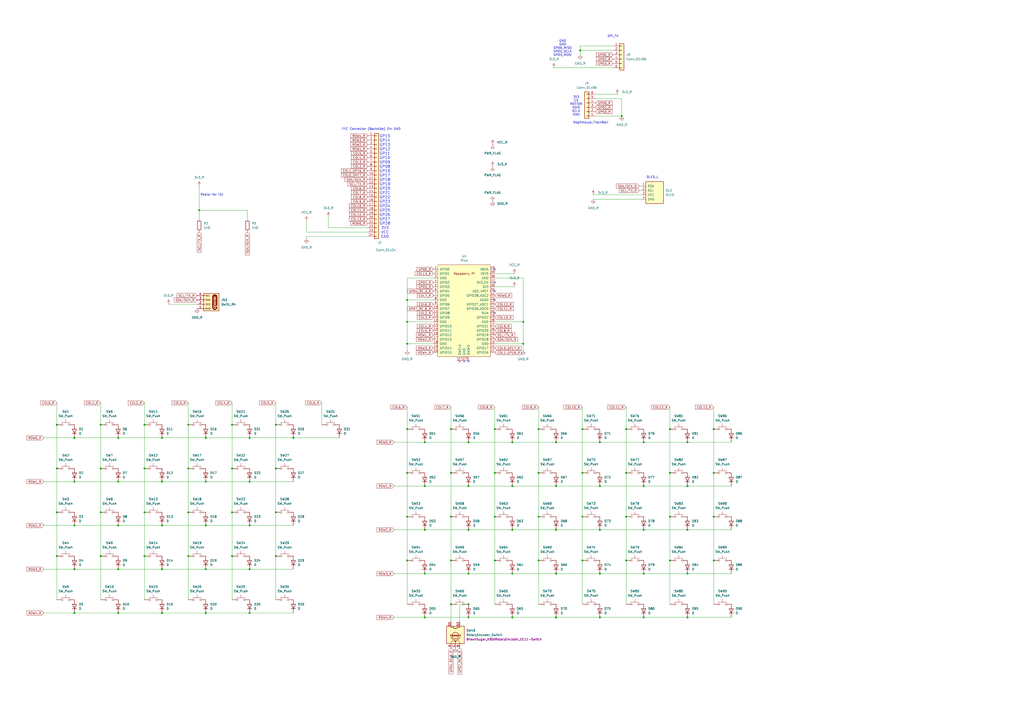
<source format=kicad_sch>
(kicad_sch (version 20250114) (generator "eeschema") (generator_version "9.0")
  (paper "A2")
  (text "GND\nGND\nGP00_MISO\nGP02_SCLK\nGP03_MOSI" (at 326.39 27.94 0) (effects (font (size 1.27 1.27))))
  (text "Resist for i2c" (at 122.936 113.03 0) (effects (font (size 1.27 1.27))))
  (text "3V3\nCS\nMOTION\nSDIO\nSCLK\nGND" (at 334.264 61.468 0) (effects (font (size 1.27 1.27))))
  (text "FFC Connector (Backside) 24: GND" (at 215.392 74.93 0) (effects (font (size 1.27 1.27))))
  (text "Nogikesuya_TrackBall\n" (at 342.646 71.12 0) (effects (font (size 1.27 1.27))))
  (text "GP15\nGP14\nGP13\nGP12\nGP11\nGP10\nGP09\nGP08\nGP16\nGP17\nGP18\nGP19\nGP20\nGP21\nGP22\nGP23\nGP24\nGP25\nGP26\nGP27\nGP28\n3V3\nVCC\nGND\n" (at 223.266 108.204 0) (effects (font (size 1.5748 1.5748))))
  (text "SPI_TH" (at 355.6 21.082 0) (effects (font (size 1.27 1.27))))
  (text "OLED_L" (at 378.46 102.87 0) (effects (font (size 1.27 1.27))))
  (junction (at 373.38 358.14))
  (junction (at 322.58 358.14))
  (junction (at 33.02 271.78))
  (junction (at 398.78 256.54))
  (junction (at 246.38 358.14))
  (junction (at 109.22 271.78))
  (junction (at 373.38 332.74))
  (junction (at 160.02 271.78))
  (junction (at 83.82 297.18))
  (junction (at 322.58 256.54))
  (junction (at 303.53 186.69))
  (junction (at 58.42 271.78))
  (junction (at 336.55 29.21))
  (junction (at 414.02 299.72))
  (junction (at 246.38 256.54))
  (junction (at 144.78 279.4))
  (junction (at 144.78 304.8))
  (junction (at 144.78 254))
  (junction (at 388.62 274.32))
  (junction (at 134.62 297.18))
  (junction (at 363.22 325.12))
  (junction (at 373.38 256.54))
  (junction (at 109.22 297.18))
  (junction (at 271.78 350.52))
  (junction (at 236.22 199.39))
  (junction (at 33.02 322.58))
  (junction (at 160.02 297.18))
  (junction (at 388.62 248.92))
  (junction (at 236.22 274.32))
  (junction (at 297.18 358.14))
  (junction (at 236.22 299.72))
  (junction (at 322.58 332.74))
  (junction (at 115.57 121.92))
  (junction (at 363.22 299.72))
  (junction (at 160.02 322.58))
  (junction (at 119.38 355.6))
  (junction (at 83.82 271.78))
  (junction (at 261.62 325.12))
  (junction (at 68.58 330.2))
  (junction (at 33.02 297.18))
  (junction (at 33.02 246.38))
  (junction (at 246.38 281.94))
  (junction (at 93.98 355.6))
  (junction (at 93.98 330.2))
  (junction (at 261.62 350.52))
  (junction (at 109.22 246.38))
  (junction (at 83.82 322.58))
  (junction (at 43.18 279.4))
  (junction (at 373.38 307.34))
  (junction (at 58.42 297.18))
  (junction (at 246.38 307.34))
  (junction (at 373.38 281.94))
  (junction (at 93.98 279.4))
  (junction (at 363.22 248.92))
  (junction (at 337.82 248.92))
  (junction (at 134.62 271.78))
  (junction (at 297.18 332.74))
  (junction (at 119.38 304.8))
  (junction (at 160.02 246.38))
  (junction (at 43.18 330.2))
  (junction (at 119.38 254))
  (junction (at 236.22 173.99))
  (junction (at 337.82 325.12))
  (junction (at 347.98 256.54))
  (junction (at 398.78 332.74))
  (junction (at 398.78 307.34))
  (junction (at 271.78 358.14))
  (junction (at 93.98 304.8))
  (junction (at 271.78 281.94))
  (junction (at 134.62 322.58))
  (junction (at 236.22 248.92))
  (junction (at 287.02 325.12))
  (junction (at 271.78 307.34))
  (junction (at 144.78 330.2))
  (junction (at 109.22 322.58))
  (junction (at 388.62 299.72))
  (junction (at 246.38 332.74))
  (junction (at 68.58 279.4))
  (junction (at 287.02 248.92))
  (junction (at 297.18 281.94))
  (junction (at 347.98 358.14))
  (junction (at 388.62 325.12))
  (junction (at 398.78 281.94))
  (junction (at 414.02 325.12))
  (junction (at 414.02 274.32))
  (junction (at 303.53 199.39))
  (junction (at 414.02 248.92))
  (junction (at 236.22 325.12))
  (junction (at 68.58 304.8))
  (junction (at 83.82 246.38))
  (junction (at 236.22 186.69))
  (junction (at 360.68 67.31))
  (junction (at 297.18 307.34))
  (junction (at 58.42 246.38))
  (junction (at 68.58 254))
  (junction (at 337.82 274.32))
  (junction (at 43.18 355.6))
  (junction (at 297.18 256.54))
  (junction (at 312.42 248.92))
  (junction (at 398.78 358.14))
  (junction (at 144.78 355.6))
  (junction (at 312.42 274.32))
  (junction (at 119.38 330.2))
  (junction (at 312.42 299.72))
  (junction (at 170.18 254))
  (junction (at 58.42 322.58))
  (junction (at 347.98 332.74))
  (junction (at 43.18 254))
  (junction (at 271.78 332.74))
  (junction (at 337.82 299.72))
  (junction (at 287.02 274.32))
  (junction (at 261.62 248.92))
  (junction (at 119.38 279.4))
  (junction (at 287.02 299.72))
  (junction (at 322.58 307.34))
  (junction (at 43.18 304.8))
  (junction (at 347.98 281.94))
  (junction (at 261.62 274.32))
  (junction (at 68.58 355.6))
  (junction (at 312.42 325.12))
  (junction (at 347.98 307.34))
  (junction (at 271.78 256.54))
  (junction (at 322.58 281.94))
  (junction (at 363.22 274.32))
  (junction (at 134.62 246.38))
  (junction (at 261.62 299.72))
  (junction (at 93.98 254))
  (no_connect (at 266.7 209.55))
  (no_connect (at 287.02 168.91))
  (no_connect (at 269.24 209.55))
  (no_connect (at 287.02 173.99))
  (no_connect (at 287.02 181.61))
  (no_connect (at 287.02 163.83))
  (no_connect (at 271.78 209.55))
  (no_connect (at 287.02 156.21))
  (wire (pts (xy 287.02 186.69) (xy 303.53 186.69)))
  (wire (pts (xy 271.78 332.74) (xy 297.18 332.74)))
  (wire (pts (xy 388.62 325.12) (xy 388.62 350.52)))
  (wire (pts (xy 297.18 281.94) (xy 322.58 281.94)))
  (wire (pts (xy 337.82 248.92) (xy 337.82 274.32)))
  (wire (pts (xy 119.38 355.6) (xy 144.78 355.6)))
  (wire (pts (xy 373.38 256.54) (xy 398.78 256.54)))
  (wire (pts (xy 228.6 358.14) (xy 246.38 358.14)))
  (wire (pts (xy 271.78 358.14) (xy 297.18 358.14)))
  (wire (pts (xy 213.36 132.08) (xy 190.5 132.08)))
  (wire (pts (xy 236.22 274.32) (xy 236.22 299.72)))
  (wire (pts (xy 68.58 279.4) (xy 93.98 279.4)))
  (wire (pts (xy 246.38 358.14) (xy 271.78 358.14)))
  (wire (pts (xy 115.57 107.95) (xy 115.57 121.92)))
  (wire (pts (xy 414.02 248.92) (xy 414.02 274.32)))
  (wire (pts (xy 119.38 330.2) (xy 144.78 330.2)))
  (wire (pts (xy 160.02 233.68) (xy 160.02 246.38)))
  (wire (pts (xy 186.69 233.68) (xy 186.69 246.38)))
  (wire (pts (xy 33.02 297.18) (xy 33.02 322.58)))
  (wire (pts (xy 398.78 307.34) (xy 424.18 307.34)))
  (wire (pts (xy 322.58 256.54) (xy 347.98 256.54)))
  (wire (pts (xy 236.22 161.29) (xy 236.22 173.99)))
  (wire (pts (xy 236.22 186.69) (xy 251.46 186.69)))
  (wire (pts (xy 68.58 254) (xy 93.98 254)))
  (wire (pts (xy 312.42 299.72) (xy 312.42 325.12)))
  (wire (pts (xy 298.45 166.37) (xy 287.02 166.37)))
  (wire (pts (xy 160.02 297.18) (xy 160.02 322.58)))
  (wire (pts (xy 373.38 332.74) (xy 398.78 332.74)))
  (wire (pts (xy 322.58 281.94) (xy 347.98 281.94)))
  (wire (pts (xy 58.42 233.68) (xy 58.42 246.38)))
  (wire (pts (xy 261.62 360.68) (xy 261.62 350.52)))
  (wire (pts (xy 236.22 199.39) (xy 236.22 203.2)))
  (wire (pts (xy 177.8 128.27) (xy 177.8 134.62)))
  (wire (pts (xy 119.38 279.4) (xy 144.78 279.4)))
  (wire (pts (xy 347.98 358.14) (xy 373.38 358.14)))
  (wire (pts (xy 83.82 297.18) (xy 83.82 322.58)))
  (wire (pts (xy 43.18 330.2) (xy 68.58 330.2)))
  (wire (pts (xy 347.98 307.34) (xy 373.38 307.34)))
  (wire (pts (xy 398.78 332.74) (xy 424.18 332.74)))
  (wire (pts (xy 134.62 297.18) (xy 134.62 322.58)))
  (wire (pts (xy 83.82 322.58) (xy 83.82 347.98)))
  (wire (pts (xy 322.58 332.74) (xy 347.98 332.74)))
  (wire (pts (xy 228.6 332.74) (xy 246.38 332.74)))
  (wire (pts (xy 303.53 161.29) (xy 303.53 186.69)))
  (wire (pts (xy 261.62 325.12) (xy 261.62 350.52)))
  (wire (pts (xy 388.62 299.72) (xy 388.62 325.12)))
  (wire (pts (xy 344.17 113.03) (xy 372.11 113.03)))
  (wire (pts (xy 109.22 271.78) (xy 109.22 297.18)))
  (wire (pts (xy 83.82 233.68) (xy 83.82 246.38)))
  (wire (pts (xy 388.62 274.32) (xy 388.62 299.72)))
  (wire (pts (xy 312.42 236.22) (xy 312.42 248.92)))
  (wire (pts (xy 287.02 161.29) (xy 303.53 161.29)))
  (wire (pts (xy 321.31 39.37) (xy 355.6 39.37)))
  (wire (pts (xy 345.44 57.15) (xy 360.68 57.15)))
  (wire (pts (xy 337.82 236.22) (xy 337.82 248.92)))
  (wire (pts (xy 312.42 325.12) (xy 312.42 350.52)))
  (wire (pts (xy 177.8 137.16) (xy 213.36 137.16)))
  (wire (pts (xy 115.57 127) (xy 115.57 121.92)))
  (wire (pts (xy 261.62 274.32) (xy 261.62 299.72)))
  (wire (pts (xy 58.42 271.78) (xy 58.42 297.18)))
  (wire (pts (xy 83.82 271.78) (xy 83.82 297.18)))
  (wire (pts (xy 119.38 304.8) (xy 144.78 304.8)))
  (wire (pts (xy 97.79 176.53) (xy 114.3 176.53)))
  (wire (pts (xy 398.78 358.14) (xy 424.18 358.14)))
  (wire (pts (xy 33.02 233.68) (xy 33.02 246.38)))
  (wire (pts (xy 347.98 256.54) (xy 373.38 256.54)))
  (wire (pts (xy 336.55 29.21) (xy 355.6 29.21)))
  (wire (pts (xy 363.22 236.22) (xy 363.22 248.92)))
  (wire (pts (xy 363.22 248.92) (xy 363.22 274.32)))
  (wire (pts (xy 398.78 256.54) (xy 424.18 256.54)))
  (wire (pts (xy 347.98 281.94) (xy 373.38 281.94)))
  (wire (pts (xy 398.78 281.94) (xy 424.18 281.94)))
  (wire (pts (xy 134.62 322.58) (xy 134.62 347.98)))
  (wire (pts (xy 93.98 330.2) (xy 119.38 330.2)))
  (wire (pts (xy 287.02 274.32) (xy 287.02 299.72)))
  (wire (pts (xy 228.6 307.34) (xy 246.38 307.34)))
  (wire (pts (xy 271.78 281.94) (xy 297.18 281.94)))
  (wire (pts (xy 33.02 271.78) (xy 33.02 297.18)))
  (wire (pts (xy 160.02 271.78) (xy 160.02 297.18)))
  (wire (pts (xy 236.22 173.99) (xy 251.46 173.99)))
  (wire (pts (xy 109.22 233.68) (xy 109.22 246.38)))
  (wire (pts (xy 298.45 158.75) (xy 287.02 158.75)))
  (wire (pts (xy 337.82 325.12) (xy 337.82 350.52)))
  (wire (pts (xy 287.02 199.39) (xy 303.53 199.39)))
  (wire (pts (xy 246.38 281.94) (xy 271.78 281.94)))
  (wire (pts (xy 236.22 186.69) (xy 236.22 199.39)))
  (wire (pts (xy 363.22 299.72) (xy 363.22 325.12)))
  (wire (pts (xy 287.02 236.22) (xy 287.02 248.92)))
  (wire (pts (xy 25.4 254) (xy 43.18 254)))
  (wire (pts (xy 93.98 355.6) (xy 119.38 355.6)))
  (wire (pts (xy 33.02 246.38) (xy 33.02 271.78)))
  (wire (pts (xy 236.22 173.99) (xy 236.22 186.69)))
  (wire (pts (xy 160.02 322.58) (xy 160.02 347.98)))
  (wire (pts (xy 344.17 115.57) (xy 372.11 115.57)))
  (wire (pts (xy 287.02 299.72) (xy 287.02 325.12)))
  (wire (pts (xy 144.78 254) (xy 170.18 254)))
  (wire (pts (xy 355.6 26.67) (xy 336.55 26.67)))
  (wire (pts (xy 266.7 350.52) (xy 266.7 360.68)))
  (wire (pts (xy 336.55 29.21) (xy 336.55 31.75)))
  (wire (pts (xy 143.51 127) (xy 143.51 121.92)))
  (wire (pts (xy 388.62 248.92) (xy 388.62 274.32)))
  (wire (pts (xy 373.38 281.94) (xy 398.78 281.94)))
  (wire (pts (xy 297.18 358.14) (xy 322.58 358.14)))
  (wire (pts (xy 414.02 274.32) (xy 414.02 299.72)))
  (wire (pts (xy 297.18 307.34) (xy 322.58 307.34)))
  (wire (pts (xy 322.58 358.14) (xy 347.98 358.14)))
  (wire (pts (xy 68.58 304.8) (xy 93.98 304.8)))
  (wire (pts (xy 261.62 248.92) (xy 261.62 274.32)))
  (wire (pts (xy 58.42 322.58) (xy 58.42 347.98)))
  (wire (pts (xy 177.8 138.43) (xy 177.8 137.16)))
  (wire (pts (xy 271.78 256.54) (xy 297.18 256.54)))
  (wire (pts (xy 363.22 274.32) (xy 363.22 299.72)))
  (wire (pts (xy 297.18 256.54) (xy 322.58 256.54)))
  (wire (pts (xy 360.68 57.15) (xy 360.68 67.31)))
  (wire (pts (xy 43.18 355.6) (xy 68.58 355.6)))
  (wire (pts (xy 134.62 271.78) (xy 134.62 297.18)))
  (wire (pts (xy 109.22 297.18) (xy 109.22 322.58)))
  (wire (pts (xy 360.68 67.31) (xy 345.44 67.31)))
  (wire (pts (xy 303.53 186.69) (xy 303.53 199.39)))
  (wire (pts (xy 228.6 281.94) (xy 246.38 281.94)))
  (wire (pts (xy 312.42 274.32) (xy 312.42 299.72)))
  (wire (pts (xy 414.02 299.72) (xy 414.02 325.12)))
  (wire (pts (xy 160.02 246.38) (xy 160.02 271.78)))
  (wire (pts (xy 370.84 107.95) (xy 372.11 107.95)))
  (wire (pts (xy 115.57 121.92) (xy 143.51 121.92)))
  (wire (pts (xy 337.82 299.72) (xy 337.82 325.12)))
  (wire (pts (xy 93.98 304.8) (xy 119.38 304.8)))
  (wire (pts (xy 271.78 307.34) (xy 297.18 307.34)))
  (wire (pts (xy 177.8 134.62) (xy 213.36 134.62)))
  (wire (pts (xy 414.02 325.12) (xy 414.02 350.52)))
  (wire (pts (xy 246.38 307.34) (xy 271.78 307.34)))
  (wire (pts (xy 370.84 110.49) (xy 372.11 110.49)))
  (wire (pts (xy 43.18 279.4) (xy 68.58 279.4)))
  (wire (pts (xy 312.42 248.92) (xy 312.42 274.32)))
  (wire (pts (xy 414.02 236.22) (xy 414.02 248.92)))
  (wire (pts (xy 336.55 26.67) (xy 336.55 29.21)))
  (wire (pts (xy 144.78 355.6) (xy 170.18 355.6)))
  (wire (pts (xy 261.62 299.72) (xy 261.62 325.12)))
  (wire (pts (xy 266.7 350.52) (xy 271.78 350.52)))
  (wire (pts (xy 345.44 54.61) (xy 358.14 54.61)))
  (wire (pts (xy 83.82 246.38) (xy 83.82 271.78)))
  (wire (pts (xy 43.18 304.8) (xy 68.58 304.8)))
  (wire (pts (xy 236.22 199.39) (xy 251.46 199.39)))
  (wire (pts (xy 322.58 307.34) (xy 347.98 307.34)))
  (wire (pts (xy 25.4 330.2) (xy 43.18 330.2)))
  (wire (pts (xy 303.53 203.2) (xy 303.53 199.39)))
  (wire (pts (xy 170.18 254) (xy 196.85 254)))
  (wire (pts (xy 68.58 330.2) (xy 93.98 330.2)))
  (wire (pts (xy 144.78 304.8) (xy 170.18 304.8)))
  (wire (pts (xy 236.22 325.12) (xy 236.22 350.52)))
  (wire (pts (xy 25.4 279.4) (xy 43.18 279.4)))
  (wire (pts (xy 25.4 355.6) (xy 43.18 355.6)))
  (wire (pts (xy 251.46 161.29) (xy 236.22 161.29)))
  (wire (pts (xy 297.18 332.74) (xy 322.58 332.74)))
  (wire (pts (xy 228.6 256.54) (xy 246.38 256.54)))
  (wire (pts (xy 287.02 325.12) (xy 287.02 350.52)))
  (wire (pts (xy 25.4 304.8) (xy 43.18 304.8)))
  (wire (pts (xy 373.38 358.14) (xy 398.78 358.14)))
  (wire (pts (xy 43.18 254) (xy 68.58 254)))
  (wire (pts (xy 144.78 279.4) (xy 170.18 279.4)))
  (wire (pts (xy 109.22 246.38) (xy 109.22 271.78)))
  (wire (pts (xy 388.62 236.22) (xy 388.62 248.92)))
  (wire (pts (xy 93.98 279.4) (xy 119.38 279.4)))
  (wire (pts (xy 134.62 246.38) (xy 134.62 271.78)))
  (wire (pts (xy 190.5 132.08) (xy 190.5 125.73)))
  (wire (pts (xy 287.02 248.92) (xy 287.02 274.32)))
  (wire (pts (xy 109.22 322.58) (xy 109.22 347.98)))
  (wire (pts (xy 33.02 322.58) (xy 33.02 347.98)))
  (wire (pts (xy 68.58 355.6) (xy 93.98 355.6)))
  (wire (pts (xy 246.38 332.74) (xy 271.78 332.74)))
  (wire (pts (xy 347.98 332.74) (xy 373.38 332.74)))
  (wire (pts (xy 144.78 330.2) (xy 170.18 330.2)))
  (wire (pts (xy 134.62 233.68) (xy 134.62 246.38)))
  (wire (pts (xy 373.38 307.34) (xy 398.78 307.34)))
  (wire (pts (xy 58.42 246.38) (xy 58.42 271.78)))
  (wire (pts (xy 93.98 254) (xy 119.38 254)))
  (wire (pts (xy 261.62 236.22) (xy 261.62 248.92)))
  (wire (pts (xy 363.22 325.12) (xy 363.22 350.52)))
  (wire (pts (xy 236.22 236.22) (xy 236.22 248.92)))
  (wire (pts (xy 337.82 274.32) (xy 337.82 299.72)))
  (wire (pts (xy 236.22 299.72) (xy 236.22 325.12)))
  (wire (pts (xy 236.22 248.92) (xy 236.22 274.32)))
  (wire (pts (xy 119.38 254) (xy 144.78 254)))
  (wire (pts (xy 58.42 297.18) (xy 58.42 322.58)))
  (wire (pts (xy 246.38 256.54) (xy 271.78 256.54)))
  (global_label "ROW1_R" (shape input) (at 228.6 281.94 180) (property "Intersheetrefs" "${INTERSHEET_REFS}" (effects (hide yes))))
  (global_label "COL2_R" (shape input) (at 83.82 233.68 180) (property "Intersheetrefs" "${INTERSHEET_REFS}" (effects (hide yes))))
  (global_label "COL4_R" (shape input) (at 213.36 91.44 180) (property "Intersheetrefs" "${INTERSHEET_REFS}" (effects (hide yes))))
  (global_label "COL0_GP17_R" (shape input) (at 213.36 101.6 180) (property "Intersheetrefs" "${INTERSHEET_REFS}" (effects (hide yes))))
  (global_label "GP00_R" (shape input) (at 355.6 31.75 180) (property "Intersheetrefs" "${INTERSHEET_REFS}" (effects (hide yes))))
  (global_label "ROW2_R" (shape input) (at 213.36 83.82 180) (property "Intersheetrefs" "${INTERSHEET_REFS}" (effects (hide yes))))
  (global_label "GP03_R" (shape input) (at 355.6 36.83 180) (property "Intersheetrefs" "${INTERSHEET_REFS}" (effects (hide yes))))
  (global_label "COL2_R" (shape input) (at 251.46 181.61 180) (property "Intersheetrefs" "${INTERSHEET_REFS}" (effects (hide yes))))
  (global_label "ROW2_R" (shape input) (at 251.46 196.85 180) (property "Intersheetrefs" "${INTERSHEET_REFS}" (effects (hide yes))))
  (global_label "COL8_R" (shape input) (at 287.02 236.22 180) (property "Intersheetrefs" "${INTERSHEET_REFS}" (effects (hide yes))))
  (global_label "COL3_R" (shape input) (at 213.36 93.98 180) (property "Intersheetrefs" "${INTERSHEET_REFS}" (effects (hide yes))))
  (global_label "ROW4_R" (shape input) (at 213.36 78.74 180) (property "Intersheetrefs" "${INTERSHEET_REFS}" (effects (hide yes))))
  (global_label "COL6_R" (shape input) (at 236.22 236.22 180) (property "Intersheetrefs" "${INTERSHEET_REFS}" (effects (hide yes))))
  (global_label "COL4_R" (shape input) (at 251.46 189.23 180) (property "Intersheetrefs" "${INTERSHEET_REFS}" (effects (hide yes))))
  (global_label "ROW0_R" (shape input) (at 287.02 171.45 0) (property "Intersheetrefs" "${INTERSHEET_REFS}" (effects (hide yes))))
  (global_label "GP02_R" (shape input) (at 355.6 34.29 180) (property "Intersheetrefs" "${INTERSHEET_REFS}" (effects (hide yes))))
  (global_label "SCL{slash}TX_R" (shape input) (at 287.02 194.31 0) (property "Intersheetrefs" "${INTERSHEET_REFS}" (effects (hide yes))))
  (global_label "COL1_R" (shape input) (at 58.42 233.68 180) (property "Intersheetrefs" "${INTERSHEET_REFS}" (effects (hide yes))))
  (global_label "GP07_RE_B_R" (shape input) (at 251.46 179.07 180) (property "Intersheetrefs" "${INTERSHEET_REFS}" (effects (hide yes))))
  (global_label "COL3_R" (shape input) (at 109.22 233.68 180) (property "Intersheetrefs" "${INTERSHEET_REFS}" (effects (hide yes))))
  (global_label "COL1_GP16_R" (shape input) (at 213.36 99.06 180) (property "Intersheetrefs" "${INTERSHEET_REFS}" (effects (hide yes))))
  (global_label "GP07_RE_B_R" (shape input) (at 266.7 375.92 270) (property "Intersheetrefs" "${INTERSHEET_REFS}" (effects (hide yes))))
  (global_label "COL12_R" (shape input) (at 287.02 176.53 0) (property "Intersheetrefs" "${INTERSHEET_REFS}" (effects (hide yes))))
  (global_label "SCL{slash}TX_R" (shape input) (at 115.57 134.62 270) (property "Intersheetrefs" "${INTERSHEET_REFS}" (effects (hide yes))))
  (global_label "COL5_R" (shape input) (at 213.36 88.9 180) (property "Intersheetrefs" "${INTERSHEET_REFS}" (effects (hide yes))))
  (global_label "ROW4_R" (shape input) (at 251.46 204.47 180) (property "Intersheetrefs" "${INTERSHEET_REFS}" (effects (hide yes))))
  (global_label "COL13_R" (shape input) (at 251.46 158.75 180) (property "Intersheetrefs" "${INTERSHEET_REFS}" (effects (hide yes))))
  (global_label "GP04_RE_A_R" (shape input) (at 251.46 168.91 180) (property "Intersheetrefs" "${INTERSHEET_REFS}" (effects (hide yes))))
  (global_label "COL7_R" (shape input) (at 261.62 236.22 180) (property "Intersheetrefs" "${INTERSHEET_REFS}" (effects (hide yes))))
  (global_label "SDA{slash}SCK_R" (shape input) (at 143.51 134.62 270) (property "Intersheetrefs" "${INTERSHEET_REFS}" (effects (hide yes))))
  (global_label "COL9_R" (shape input) (at 287.02 189.23 0) (property "Intersheetrefs" "${INTERSHEET_REFS}" (effects (hide yes))))
  (global_label "COL7_R" (shape input) (at 251.46 171.45 180) (property "Intersheetrefs" "${INTERSHEET_REFS}" (effects (hide yes))))
  (global_label "COL1_GP16_R" (shape input) (at 287.02 204.47 0) (property "Intersheetrefs" "${INTERSHEET_REFS}" (effects (hide yes))))
  (global_label "COL5_R" (shape input) (at 160.02 233.68 180) (property "Intersheetrefs" "${INTERSHEET_REFS}" (effects (hide yes))))
  (global_label "SCL{slash}TX_R" (shape input) (at 213.36 106.68 180) (property "Intersheetrefs" "${INTERSHEET_REFS}" (effects (hide yes))))
  (global_label "SCL{slash}TX_R" (shape input) (at 114.3 171.45 180) (property "Intersheetrefs" "${INTERSHEET_REFS}" (effects (hide yes))))
  (global_label "ROW3_R" (shape input) (at 228.6 332.74 180) (property "Intersheetrefs" "${INTERSHEET_REFS}" (effects (hide yes))))
  (global_label "COL6_R" (shape input) (at 213.36 109.22 180) (property "Intersheetrefs" "${INTERSHEET_REFS}" (effects (hide yes))))
  (global_label "ROW1_R" (shape input) (at 251.46 194.31 180) (property "Intersheetrefs" "${INTERSHEET_REFS}" (effects (hide yes))))
  (global_label "COL10_R" (shape input) (at 287.02 184.15 0) (property "Intersheetrefs" "${INTERSHEET_REFS}" (effects (hide yes))))
  (global_label "ROW3_R" (shape input) (at 25.4 330.2 180) (property "Intersheetrefs" "${INTERSHEET_REFS}" (effects (hide yes))))
  (global_label "COL11_R" (shape input) (at 363.22 236.22 180) (property "Intersheetrefs" "${INTERSHEET_REFS}" (effects (hide yes))))
  (global_label "COL12_R" (shape input) (at 213.36 124.46 180) (property "Intersheetrefs" "${INTERSHEET_REFS}" (effects (hide yes))))
  (global_label "COL12_R" (shape input) (at 388.62 236.22 180) (property "Intersheetrefs" "${INTERSHEET_REFS}" (effects (hide yes))))
  (global_label "ROW2_R" (shape input) (at 25.4 304.8 180) (property "Intersheetrefs" "${INTERSHEET_REFS}" (effects (hide yes))))
  (global_label "SDA{slash}SCK_R" (shape input) (at 114.3 173.99 180) (property "Intersheetrefs" "${INTERSHEET_REFS}" (effects (hide yes))))
  (global_label "GP03_R" (shape input) (at 345.44 64.77 0) (property "Intersheetrefs" "${INTERSHEET_REFS}" (effects (hide yes))))
  (global_label "COL9_R" (shape input) (at 213.36 116.84 180) (property "Intersheetrefs" "${INTERSHEET_REFS}" (effects (hide yes))))
  (global_label "ROW4_R" (shape input) (at 228.6 358.14 180) (property "Intersheetrefs" "${INTERSHEET_REFS}" (effects (hide yes))))
  (global_label "ROW0_R" (shape input) (at 213.36 129.54 180) (property "Intersheetrefs" "${INTERSHEET_REFS}" (effects (hide yes))))
  (global_label "GP02_R" (shape input) (at 345.44 62.23 0) (property "Intersheetrefs" "${INTERSHEET_REFS}" (effects (hide yes))))
  (global_label "COL13_R" (shape input) (at 213.36 127 180) (property "Intersheetrefs" "${INTERSHEET_REFS}" (effects (hide yes))))
  (global_label "ROW1_R" (shape input) (at 213.36 86.36 180) (property "Intersheetrefs" "${INTERSHEET_REFS}" (effects (hide yes))))
  (global_label "GP00_R" (shape input) (at 251.46 156.21 180) (property "Intersheetrefs" "${INTERSHEET_REFS}" (effects (hide yes))))
  (global_label "ROW0_R" (shape input) (at 228.6 256.54 180) (property "Intersheetrefs" "${INTERSHEET_REFS}" (effects (hide yes))))
  (global_label "COL6_R" (shape input) (at 251.46 176.53 180) (property "Intersheetrefs" "${INTERSHEET_REFS}" (effects (hide yes))))
  (global_label "COL7_R" (shape input) (at 213.36 111.76 180) (property "Intersheetrefs" "${INTERSHEET_REFS}" (effects (hide yes))))
  (global_label "ROW0_R" (shape input) (at 25.4 254 180) (property "Intersheetrefs" "${INTERSHEET_REFS}" (effects (hide yes))))
  (global_label "GP03_R" (shape input) (at 251.46 166.37 180) (property "Intersheetrefs" "${INTERSHEET_REFS}" (effects (hide yes))))
  (global_label "COL2_R" (shape input) (at 213.36 96.52 180) (property "Intersheetrefs" "${INTERSHEET_REFS}" (effects (hide yes))))
  (global_label "COL3_R" (shape input) (at 251.46 184.15 180) (property "Intersheetrefs" "${INTERSHEET_REFS}" (effects (hide yes))))
  (global_label "GP04_RE_A_R" (shape input) (at 261.62 375.92 270) (property "Intersheetrefs" "${INTERSHEET_REFS}" (effects (hide yes))))
  (global_label "ROW2_R" (shape input) (at 228.6 307.34 180) (property "Intersheetrefs" "${INTERSHEET_REFS}" (effects (hide yes))))
  (global_label "ROW3_R" (shape input) (at 251.46 201.93 180) (property "Intersheetrefs" "${INTERSHEET_REFS}" (effects (hide yes))))
  (global_label "ROW3_R" (shape input) (at 213.36 81.28 180) (property "Intersheetrefs" "${INTERSHEET_REFS}" (effects (hide yes))))
  (global_label "COL0_GP17_R" (shape input) (at 287.02 201.93 0) (property "Intersheetrefs" "${INTERSHEET_REFS}" (effects (hide yes))))
  (global_label "COL0_R" (shape input) (at 33.02 233.68 180) (property "Intersheetrefs" "${INTERSHEET_REFS}" (effects (hide yes))))
  (global_label "COL11_R" (shape input) (at 287.02 179.07 0) (property "Intersheetrefs" "${INTERSHEET_REFS}" (effects (hide yes))))
  (global_label "SCL{slash}TX_R" (shape input) (at 370.84 110.49 180) (property "Intersheetrefs" "${INTERSHEET_REFS}" (effects (hide yes))))
  (global_label "SDA{slash}SCK_R" (shape input) (at 287.02 196.85 0) (property "Intersheetrefs" "${INTERSHEET_REFS}" (effects (hide yes))))
  (global_label "COL9_R" (shape input) (at 312.42 236.22 180) (property "Intersheetrefs" "${INTERSHEET_REFS}" (effects (hide yes))))
  (global_label "COL4_R" (shape input) (at 134.62 233.68 180) (property "Intersheetrefs" "${INTERSHEET_REFS}" (effects (hide yes))))
  (global_label "COL11_R" (shape input) (at 213.36 121.92 180) (property "Intersheetrefs" "${INTERSHEET_REFS}" (effects (hide yes))))
  (global_label "COL6_R" (shape input) (at 186.69 233.68 180) (property "Intersheetrefs" "${INTERSHEET_REFS}" (effects (hide yes))))
  (global_label "COL8_R" (shape input) (at 213.36 114.3 180) (property "Intersheetrefs" "${INTERSHEET_REFS}" (effects (hide yes))))
  (global_label "COL10_R" (shape input) (at 337.82 236.22 180) (property "Intersheetrefs" "${INTERSHEET_REFS}" (effects (hide yes))))
  (global_label "ROW1_R" (shape input) (at 25.4 279.4 180) (property "Intersheetrefs" "${INTERSHEET_REFS}" (effects (hide yes))))
  (global_label "COL5_R" (shape input) (at 251.46 191.77 180) (property "Intersheetrefs" "${INTERSHEET_REFS}" (effects (hide yes))))
  (global_label "ROW4_R" (shape input) (at 25.4 355.6 180) (property "Intersheetrefs" "${INTERSHEET_REFS}" (effects (hide yes))))
  (global_label "SDA{slash}SCK_R" (shape input) (at 370.84 107.95 180) (property "Intersheetrefs" "${INTERSHEET_REFS}" (effects (hide yes))))
  (global_label "SDA{slash}SCK_R" (shape input) (at 213.36 104.14 180) (property "Intersheetrefs" "${INTERSHEET_REFS}" (effects (hide yes))))
  (global_label "COL13_R" (shape input) (at 414.02 236.22 180) (property "Intersheetrefs" "${INTERSHEET_REFS}" (effects (hide yes))))
  (global_label "COL10_R" (shape input) (at 213.36 119.38 180) (property "Intersheetrefs" "${INTERSHEET_REFS}" (effects (hide yes))))
  (global_label "GP02_R" (shape input) (at 251.46 163.83 180) (property "Intersheetrefs" "${INTERSHEET_REFS}" (effects (hide yes))))
  (global_label "COL8_R" (shape input) (at 287.02 191.77 0) (property "Intersheetrefs" "${INTERSHEET_REFS}" (effects (hide yes))))
  (global_label "GP00_R" (shape input) (at 345.44 59.69 0) (property "Intersheetrefs" "${INTERSHEET_REFS}" (effects (hide yes))))
  (symbol (lib_id "Switch:SW_Push") (at 342.9 274.32 0) (mirror y) (unit 1)
    (property "Reference" "SW72" (at 342.9 266.7 0))
    (property "Value" "SW_Push" (at 342.9 269.24 0))
    (property "Footprint" "Rikkodo_FootPrint:rkd_pushsw_1u" (effects (hide yes)))
    (property "Description" "Push button switch, generic, two pins" (effects (hide yes)))
  )
  (symbol (lib_id "Switch:SW_Push") (at 342.9 325.12 0) (mirror y) (unit 1)
    (property "Reference" "SW74" (at 342.9 317.5 0))
    (property "Value" "SW_Push" (at 342.9 320.04 0))
    (property "Footprint" "Rikkodo_FootPrint:rkd_pushsw_1u" (effects (hide yes)))
    (property "Description" "Push button switch, generic, two pins" (effects (hide yes)))
  )
  (symbol (lib_id "Device:R") (at 115.57 130.81 0) (unit 1)
    (property "Reference" "R2" (at 118.11 129.5399 0) (effects (justify left)))
    (property "Value" "1kΩ" (at 118.11 132.0799 0) (effects (justify left)))
    (property "Footprint" "Resistor_SMD:R_0603_1608Metric" (effects (hide yes)))
  )
  (symbol (lib_id "RPi_Pico:Pico") (at 269.24 180.34 0) (unit 1)
    (property "Reference" "U4" (at 269.24 148.59 0))
    (property "Value" "Pico" (at 269.24 151.13 0))
    (property "Footprint" "Rikkodo_FootPrint:rkd_RPi_Pico_TH_NODBG" (effects (hide yes)))
  )
  (symbol (lib_id "Switch:SW_Push") (at 241.3 325.12 0) (mirror y) (unit 1)
    (property "Reference" "SW54" (at 241.3 317.5 0))
    (property "Value" "SW_Push" (at 241.3 320.04 0))
    (property "Footprint" "Rikkodo_FootPrint:rkd_pushsw_1u" (effects (hide yes)))
    (property "Description" "Push button switch, generic, two pins" (effects (hide yes)))
  )
  (symbol (lib_id "Device:D") (at 119.38 326.39 90) (unit 1)
    (property "Reference" "D19" (at 121.92 325.1199 90) (effects (justify right)))
    (property "Value" "D" (at 121.92 327.6599 90) (effects (justify right)))
    (property "Footprint" "kbd_Parts:Diode_SMD" (effects (hide yes)))
    (property "Description" "Diode" (effects (hide yes)))
    (property "Sim.Device" "D" (effects (hide yes)))
    (property "Sim.Pins" "1=K 2=A" (effects (hide yes)))
  )
  (symbol (lib_id "Switch:SW_Push") (at 317.5 299.72 0) (mirror y) (unit 1)
    (property "Reference" "SW68" (at 317.5 292.1 0))
    (property "Value" "SW_Push" (at 317.5 294.64 0))
    (property "Footprint" "Rikkodo_FootPrint:rkd_pushsw_1u" (effects (hide yes)))
    (property "Description" "Push button switch, generic, two pins" (effects (hide yes)))
  )
  (symbol (lib_id "Device:D") (at 297.18 303.53 90) (unit 1)
    (property "Reference" "D63" (at 299.72 302.2599 90) (effects (justify right)))
    (property "Value" "D" (at 299.72 304.7999 90) (effects (justify right)))
    (property "Footprint" "kbd_Parts:Diode_SMD" (effects (hide yes)))
    (property "Description" "Diode" (effects (hide yes)))
    (property "Sim.Device" "D" (effects (hide yes)))
    (property "Sim.Pins" "1=K 2=A" (effects (hide yes)))
  )
  (symbol (lib_id "Device:D") (at 43.18 300.99 90) (unit 1)
    (property "Reference" "D3" (at 45.72 299.7199 90) (effects (justify right)))
    (property "Value" "D" (at 45.72 302.2599 90) (effects (justify right)))
    (property "Footprint" "kbd_Parts:Diode_SMD" (effects (hide yes)))
    (property "Description" "Diode" (effects (hide yes)))
    (property "Sim.Device" "D" (effects (hide yes)))
    (property "Sim.Pins" "1=K 2=A" (effects (hide yes)))
  )
  (symbol (lib_id "Device:D") (at 119.38 275.59 90) (unit 1)
    (property "Reference" "D17" (at 121.92 274.3199 90) (effects (justify right)))
    (property "Value" "D" (at 121.92 276.8599 90) (effects (justify right)))
    (property "Footprint" "kbd_Parts:Diode_SMD" (effects (hide yes)))
    (property "Description" "Diode" (effects (hide yes)))
    (property "Sim.Device" "D" (effects (hide yes)))
    (property "Sim.Pins" "1=K 2=A" (effects (hide yes)))
  )
  (symbol (lib_id "Switch:SW_Push") (at 165.1 271.78 0) (mirror y) (unit 1)
    (property "Reference" "SW27" (at 165.1 264.16 0))
    (property "Value" "SW_Push" (at 165.1 266.7 0))
    (property "Footprint" "Rikkodo_FootPrint:rkd_pushsw_1u" (effects (hide yes)))
    (property "Description" "Push button switch, generic, two pins" (effects (hide yes)))
  )
  (symbol (lib_id "power:GND") (at 177.8 138.43 0) (unit 1)
    (property "Reference" "#PWR02" (effects (hide yes)))
    (property "Value" "GND_R" (at 177.8 143.51 0))
    (property "Description" "Power symbol creates a global label with name \"GND\" , ground" (effects (hide yes)))
  )
  (symbol (lib_id "power:VCC") (at 344.17 113.03 0) (unit 1)
    (property "Reference" "#PWR025" (effects (hide yes)))
    (property "Value" "3v3_R" (at 346.71 111.7599 0) (effects (justify left)))
    (property "Description" "Power symbol creates a global label with name \"VCC\"" (effects (hide yes)))
  )
  (symbol (lib_id "Device:D") (at 196.85 250.19 90) (unit 1)
    (property "Reference" "D31" (at 199.39 248.9199 90) (effects (justify right)))
    (property "Value" "D" (at 199.39 251.4599 90) (effects (justify right)))
    (property "Footprint" "kbd_Parts:Diode_SMD" (effects (hide yes)))
    (property "Description" "Diode" (effects (hide yes)))
    (property "Sim.Device" "D" (effects (hide yes)))
    (property "Sim.Pins" "1=K 2=A" (effects (hide yes)))
  )
  (symbol (lib_id "Device:R") (at 143.51 130.81 0) (unit 1)
    (property "Reference" "R3" (at 146.05 129.5399 0) (effects (justify left)))
    (property "Value" "1kΩ" (at 146.05 132.0799 0) (effects (justify left)))
    (property "Footprint" "Resistor_SMD:R_0603_1608Metric" (effects (hide yes)))
  )
  (symbol (lib_id "Switch:SW_Push") (at 38.1 347.98 0) (mirror y) (unit 1)
    (property "Reference" "SW5" (at 38.1 340.36 0))
    (property "Value" "SW_Push" (at 38.1 342.9 0))
    (property "Footprint" "Rikkodo_FootPrint:rkd_pushsw_1.25u" (effects (hide yes)))
    (property "Description" "Push button switch, generic, two pins" (effects (hide yes)))
  )
  (symbol (lib_id "power:VCC") (at 177.8 128.27 0) (unit 1)
    (property "Reference" "#PWR01" (effects (hide yes)))
    (property "Value" "VCC_R" (at 177.8 123.19 0))
    (property "Description" "Power symbol creates a global label with name \"VCC\"" (effects (hide yes)))
  )
  (symbol (lib_id "Switch:SW_Push") (at 368.3 350.52 0) (mirror y) (unit 1)
    (property "Reference" "SW80" (at 368.3 342.9 0))
    (property "Value" "SW_Push" (at 368.3 345.44 0))
    (property "Footprint" "Rikkodo_FootPrint:rkd_pushsw_1u" (effects (hide yes)))
    (property "Description" "Push button switch, generic, two pins" (effects (hide yes)))
  )
  (symbol (lib_id "Device:D") (at 373.38 354.33 90) (unit 1)
    (property "Reference" "D80" (at 375.92 353.0599 90) (effects (justify right)))
    (property "Value" "D" (at 375.92 355.5999 90) (effects (justify right)))
    (property "Footprint" "kbd_Parts:Diode_SMD" (effects (hide yes)))
    (property "Description" "Diode" (effects (hide yes)))
    (property "Sim.Device" "D" (effects (hide yes)))
    (property "Sim.Pins" "1=K 2=A" (effects (hide yes)))
  )
  (symbol (lib_id "Switch:SW_Push") (at 114.3 297.18 0) (mirror y) (unit 1)
    (property "Reference" "SW18" (at 114.3 289.56 0))
    (property "Value" "SW_Push" (at 114.3 292.1 0))
    (property "Footprint" "Rikkodo_FootPrint:rkd_pushsw_1u" (effects (hide yes)))
    (property "Description" "Push button switch, generic, two pins" (effects (hide yes)))
  )
  (symbol (lib_id "Device:D") (at 144.78 326.39 90) (unit 1)
    (property "Reference" "D24" (at 147.32 325.1199 90) (effects (justify right)))
    (property "Value" "D" (at 147.32 327.6599 90) (effects (justify right)))
    (property "Footprint" "kbd_Parts:Diode_SMD" (effects (hide yes)))
    (property "Description" "Diode" (effects (hide yes)))
    (property "Sim.Device" "D" (effects (hide yes)))
    (property "Sim.Pins" "1=K 2=A" (effects (hide yes)))
  )
  (symbol (lib_id "Device:D") (at 297.18 354.33 90) (unit 1)
    (property "Reference" "D65" (at 299.72 353.0599 90) (effects (justify right)))
    (property "Value" "D" (at 299.72 355.5999 90) (effects (justify right)))
    (property "Footprint" "kbd_Parts:Diode_SMD" (effects (hide yes)))
    (property "Description" "Diode" (effects (hide yes)))
    (property "Sim.Device" "D" (effects (hide yes)))
    (property "Sim.Pins" "1=K 2=A" (effects (hide yes)))
  )
  (symbol (lib_id "SparkFun-Connector:Qwiic_Right_Angle") (at 119.38 173.99 0) (unit 1)
    (property "Reference" "J53" (at 128.27 173.9899 0) (effects (justify left)))
    (property "Value" "Qwiic_RA" (at 128.27 176.5299 0) (effects (justify left)))
    (property "Footprint" "SparkFun-Connector:JST_SMD_1.0mm-4_Black" (effects (hide yes)))
    (property "Datasheet" "https://www.jst-mfg.com/product/pdf/eng/eSH.pdf" (effects (hide yes)))
    (property "Description" "4 pin JST 1mm polarized connector for I2C" (effects (hide yes)))
    (property "PROD_ID" "CONN-13694" (effects (hide yes)))
  )
  (symbol (lib_id "Device:D") (at 170.18 275.59 90) (unit 1)
    (property "Reference" "D27" (at 172.72 274.3199 90) (effects (justify right)))
    (property "Value" "D" (at 172.72 276.8599 90) (effects (justify right)))
    (property "Footprint" "kbd_Parts:Diode_SMD" (effects (hide yes)))
    (property "Description" "Diode" (effects (hide yes)))
    (property "Sim.Device" "D" (effects (hide yes)))
    (property "Sim.Pins" "1=K 2=A" (effects (hide yes)))
  )
  (symbol (lib_id "Switch:SW_Push") (at 63.5 271.78 0) (mirror y) (unit 1)
    (property "Reference" "SW7" (at 63.5 264.16 0))
    (property "Value" "SW_Push" (at 63.5 266.7 0))
    (property "Footprint" "Rikkodo_FootPrint:rkd_pushsw_1u" (effects (hide yes)))
    (property "Description" "Push button switch, generic, two pins" (effects (hide yes)))
  )
  (symbol (lib_id "Switch:SW_Push") (at 114.3 271.78 0) (mirror y) (unit 1)
    (property "Reference" "SW17" (at 114.3 264.16 0))
    (property "Value" "SW_Push" (at 114.3 266.7 0))
    (property "Footprint" "Rikkodo_FootPrint:rkd_pushsw_1u" (effects (hide yes)))
    (property "Description" "Push button switch, generic, two pins" (effects (hide yes)))
  )
  (symbol (lib_id "Switch:SW_Push") (at 419.1 248.92 0) (mirror y) (unit 1)
    (property "Reference" "SW86" (at 419.1 241.3 0))
    (property "Value" "SW_Push" (at 419.1 243.84 0))
    (property "Footprint" "Rikkodo_FootPrint:rkd_pushsw_2u" (effects (hide yes)))
    (property "Description" "Push button switch, generic, two pins" (effects (hide yes)))
  )
  (symbol (lib_id "power:PWR_FLAG") (at 285.75 96.52 180) (unit 1)
    (property "Reference" "#FLG03" (effects (hide yes)))
    (property "Value" "PWR_FLAG" (at 285.75 101.6 0))
    (property "Description" "Special symbol for telling ERC where power comes from" (effects (hide yes)))
  )
  (symbol (lib_id "Switch:SW_Push") (at 241.3 299.72 0) (mirror y) (unit 1)
    (property "Reference" "SW53" (at 241.3 292.1 0))
    (property "Value" "SW_Push" (at 241.3 294.64 0))
    (property "Footprint" "Rikkodo_FootPrint:rkd_pushsw_1.25u" (effects (hide yes)))
    (property "Description" "Push button switch, generic, two pins" (effects (hide yes)))
  )
  (symbol (lib_id "Device:D") (at 246.38 354.33 90) (unit 1)
    (property "Reference" "D55" (at 248.92 353.0599 90) (effects (justify right)))
    (property "Value" "D" (at 248.92 355.5999 90) (effects (justify right)))
    (property "Footprint" "kbd_Parts:Diode_SMD" (effects (hide yes)))
    (property "Description" "Diode" (effects (hide yes)))
    (property "Sim.Device" "D" (effects (hide yes)))
    (property "Sim.Pins" "1=K 2=A" (effects (hide yes)))
  )
  (symbol (lib_id "Device:D") (at 170.18 351.79 90) (unit 1)
    (property "Reference" "D30" (at 172.72 350.5199 90) (effects (justify right)))
    (property "Value" "D" (at 172.72 353.0599 90) (effects (justify right)))
    (property "Footprint" "kbd_Parts:Diode_SMD" (effects (hide yes)))
    (property "Description" "Diode" (effects (hide yes)))
    (property "Sim.Device" "D" (effects (hide yes)))
    (property "Sim.Pins" "1=K 2=A" (effects (hide yes)))
  )
  (symbol (lib_id "Switch:SW_Push") (at 165.1 297.18 0) (mirror y) (unit 1)
    (property "Reference" "SW28" (at 165.1 289.56 0))
    (property "Value" "SW_Push" (at 165.1 292.1 0))
    (property "Footprint" "Rikkodo_FootPrint:rkd_pushsw_1u" (effects (hide yes)))
    (property "Description" "Push button switch, generic, two pins" (effects (hide yes)))
  )
  (symbol (lib_id "Switch:SW_Push") (at 63.5 347.98 0) (mirror y) (unit 1)
    (property "Reference" "SW10" (at 63.5 340.36 0))
    (property "Value" "SW_Push" (at 63.5 342.9 0))
    (property "Footprint" "Rikkodo_FootPrint:rkd_pushsw_1.25u" (effects (hide yes)))
    (property "Description" "Push button switch, generic, two pins" (effects (hide yes)))
  )
  (symbol (lib_id "Switch:SW_Push") (at 114.3 246.38 0) (mirror y) (unit 1)
    (property "Reference" "SW16" (at 114.3 238.76 0))
    (property "Value" "SW_Push" (at 114.3 241.3 0))
    (property "Footprint" "Rikkodo_FootPrint:rkd_pushsw_1u" (effects (hide yes)))
    (property "Description" "Push button switch, generic, two pins" (effects (hide yes)))
  )
  (symbol (lib_id "Switch:SW_Push") (at 139.7 297.18 0) (mirror y) (unit 1)
    (property "Reference" "SW23" (at 139.7 289.56 0))
    (property "Value" "SW_Push" (at 139.7 292.1 0))
    (property "Footprint" "Rikkodo_FootPrint:rkd_pushsw_1u" (effects (hide yes)))
    (property "Description" "Push button switch, generic, two pins" (effects (hide yes)))
  )
  (symbol (lib_id "Device:D") (at 119.38 351.79 90) (unit 1)
    (property "Reference" "D20" (at 121.92 350.5199 90) (effects (justify right)))
    (property "Value" "D" (at 121.92 353.0599 90) (effects (justify right)))
    (property "Footprint" "kbd_Parts:Diode_SMD" (effects (hide yes)))
    (property "Description" "Diode" (effects (hide yes)))
    (property "Sim.Device" "D" (effects (hide yes)))
    (property "Sim.Pins" "1=K 2=A" (effects (hide yes)))
  )
  (symbol (lib_id "Device:D") (at 347.98 354.33 90) (unit 1)
    (property "Reference" "D75" (at 350.52 353.0599 90) (effects (justify right)))
    (property "Value" "D" (at 350.52 355.5999 90) (effects (justify right)))
    (property "Footprint" "kbd_Parts:Diode_SMD" (effects (hide yes)))
    (property "Description" "Diode" (effects (hide yes)))
    (property "Sim.Device" "D" (effects (hide yes)))
    (property "Sim.Pins" "1=K 2=A" (effects (hide yes)))
  )
  (symbol (lib_id "Device:D") (at 68.58 275.59 90) (unit 1)
    (property "Reference" "D7" (at 71.12 274.3199 90) (effects (justify right)))
    (property "Value" "D" (at 71.12 276.8599 90) (effects (justify right)))
    (property "Footprint" "kbd_Parts:Diode_SMD" (effects (hide yes)))
    (property "Description" "Diode" (effects (hide yes)))
    (property "Sim.Device" "D" (effects (hide yes)))
    (property "Sim.Pins" "1=K 2=A" (effects (hide yes)))
  )
  (symbol (lib_id "Switch:SW_Push") (at 139.7 271.78 0) (mirror y) (unit 1)
    (property "Reference" "SW22" (at 139.7 264.16 0))
    (property "Value" "SW_Push" (at 139.7 266.7 0))
    (property "Footprint" "Rikkodo_FootPrint:rkd_pushsw_1u" (effects (hide yes)))
    (property "Description" "Push button switch, generic, two pins" (effects (hide yes)))
  )
  (symbol (lib_id "Device:D") (at 144.78 275.59 90) (unit 1)
    (property "Reference" "D22" (at 147.32 274.3199 90) (effects (justify right)))
    (property "Value" "D" (at 147.32 276.8599 90) (effects (justify right)))
    (property "Footprint" "kbd_Parts:Diode_SMD" (effects (hide yes)))
    (property "Description" "Diode" (effects (hide yes)))
    (property "Sim.Device" "D" (effects (hide yes)))
    (property "Sim.Pins" "1=K 2=A" (effects (hide yes)))
  )
  (symbol (lib_id "Switch:SW_Push") (at 139.7 322.58 0) (mirror y) (unit 1)
    (property "Reference" "SW24" (at 139.7 314.96 0))
    (property "Value" "SW_Push" (at 139.7 317.5 0))
    (property "Footprint" "Rikkodo_FootPrint:rkd_pushsw_1u" (effects (hide yes)))
    (property "Description" "Push button switch, generic, two pins" (effects (hide yes)))
  )
  (symbol (lib_id "Switch:SW_Push") (at 88.9 246.38 0) (mirror y) (unit 1)
    (property "Reference" "SW11" (at 88.9 238.76 0))
    (property "Value" "SW_Push" (at 88.9 241.3 0))
    (property "Footprint" "Rikkodo_FootPrint:rkd_pushsw_1u" (effects (hide yes)))
    (property "Description" "Push button switch, generic, two pins" (effects (hide yes)))
  )
  (symbol (lib_id "Device:D") (at 93.98 326.39 90) (unit 1)
    (property "Reference" "D14" (at 96.52 325.1199 90) (effects (justify right)))
    (property "Value" "D" (at 96.52 327.6599 90) (effects (justify right)))
    (property "Footprint" "kbd_Parts:Diode_SMD" (effects (hide yes)))
    (property "Description" "Diode" (effects (hide yes)))
    (property "Sim.Device" "D" (effects (hide yes)))
    (property "Sim.Pins" "1=K 2=A" (effects (hide yes)))
  )
  (symbol (lib_id "power:VCC") (at 298.45 166.37 0) (unit 1)
    (property "Reference" "#PWR032" (effects (hide yes)))
    (property "Value" "3v3_R" (at 298.45 161.29 0))
    (property "Description" "Power symbol creates a global label with name \"VCC\"" (effects (hide yes)))
  )
  (symbol (lib_id "Switch:SW_Push") (at 266.7 350.52 0) (mirror y) (unit 1)
    (property "Reference" "SW60" (at 266.7 342.9 0))
    (property "Value" "SW_Push" (at 266.7 345.44 0))
    (property "Footprint" "Rikkodo_FootPrint:rkd_pushsw_1.75u" (effects (hide yes)))
    (property "Description" "Push button switch, generic, two pins" (effects (hide yes)))
  )
  (symbol (lib_id "power:GND") (at 344.17 115.57 0) (unit 1)
    (property "Reference" "#PWR027" (effects (hide yes)))
    (property "Value" "GND_R" (at 344.17 120.65 0))
    (property "Description" "Power symbol creates a global label with name \"GND\" , ground" (effects (hide yes)))
  )
  (symbol (lib_id "Switch:SW_Push") (at 368.3 248.92 0) (mirror y) (unit 1)
    (property "Reference" "SW76" (at 368.3 241.3 0))
    (property "Value" "SW_Push" (at 368.3 243.84 0))
    (property "Footprint" "Rikkodo_FootPrint:rkd_pushsw_1u" (effects (hide yes)))
    (property "Description" "Push button switch, generic, two pins" (effects (hide yes)))
  )
  (symbol (lib_id "Switch:SW_Push") (at 88.9 271.78 0) (mirror y) (unit 1)
    (property "Reference" "SW12" (at 88.9 264.16 0))
    (property "Value" "SW_Push" (at 88.9 266.7 0))
    (property "Footprint" "Rikkodo_FootPrint:rkd_pushsw_1u" (effects (hide yes)))
    (property "Description" "Push button switch, generic, two pins" (effects (hide yes)))
  )
  (symbol (lib_id "Device:D") (at 93.98 250.19 90) (unit 1)
    (property "Reference" "D11" (at 96.52 248.9199 90) (effects (justify right)))
    (property "Value" "D" (at 96.52 251.4599 90) (effects (justify right)))
    (property "Footprint" "kbd_Parts:Diode_SMD" (effects (hide yes)))
    (property "Description" "Diode" (effects (hide yes)))
    (property "Sim.Device" "D" (effects (hide yes)))
    (property "Sim.Pins" "1=K 2=A" (effects (hide yes)))
  )
  (symbol (lib_id "Switch:SW_Push") (at 38.1 271.78 0) (mirror y) (unit 1)
    (property "Reference" "SW2" (at 38.1 264.16 0))
    (property "Value" "SW_Push" (at 38.1 266.7 0))
    (property "Footprint" "Rikkodo_FootPrint:rkd_pushsw_1.5u" (effects (hide yes)))
    (property "Description" "Push button switch, generic, two pins" (effects (hide yes)))
  )
  (symbol (lib_id "Device:D") (at 297.18 252.73 90) (unit 1)
    (property "Reference" "D61" (at 299.72 251.4599 90) (effects (justify right)))
    (property "Value" "D" (at 299.72 253.9999 90) (effects (justify right)))
    (property "Footprint" "kbd_Parts:Diode_SMD" (effects (hide yes)))
    (property "Description" "Diode" (effects (hide yes)))
    (property "Sim.Device" "D" (effects (hide yes)))
    (property "Sim.Pins" "1=K 2=A" (effects (hide yes)))
  )
  (symbol (lib_id "Switch:SW_Push") (at 266.7 325.12 0) (mirror y) (unit 1)
    (property "Reference" "SW59" (at 266.7 317.5 0))
    (property "Value" "SW_Push" (at 266.7 320.04 0))
    (property "Footprint" "Rikkodo_FootPrint:rkd_pushsw_1u" (effects (hide yes)))
    (property "Description" "Push button switch, generic, two pins" (effects (hide yes)))
  )
  (symbol (lib_id "power:VCC") (at 190.5 125.73 0) (unit 1)
    (property "Reference" "#PWR03" (effects (hide yes)))
    (property "Value" "3v3_R" (at 190.5 120.65 0))
    (property "Description" "Power symbol creates a global label with name \"VCC\"" (effects (hide yes)))
  )
  (symbol (lib_id "Switch:SW_Push") (at 342.9 299.72 0) (mirror y) (unit 1)
    (property "Reference" "SW73" (at 342.9 292.1 0))
    (property "Value" "SW_Push" (at 342.9 294.64 0))
    (property "Footprint" "Rikkodo_FootPrint:rkd_pushsw_1u" (effects (hide yes)))
    (property "Description" "Push button switch, generic, two pins" (effects (hide yes)))
  )
  (symbol (lib_id "Connector_Generic:Conn_01x06") (at 360.68 31.75 0) (unit 1)
    (property "Reference" "J9" (at 363.22 31.7499 0) (effects (justify left)))
    (property "Value" "Conn_01x06" (at 363.22 34.2899 0) (effects (justify left)))
    (property "Footprint" "Connector_PinHeader_2.54mm:PinHeader_1x06_P2.54mm_Vertical" (effects (hide yes)))
    (property "Description" "Generic connector, single row, 01x06, script generated (kicad-library-utils/schlib/autogen/connector/)" (effects (hide yes)))
  )
  (symbol (lib_id "power:VCC") (at 115.57 107.95 0) (unit 1)
    (property "Reference" "#PWR028" (effects (hide yes)))
    (property "Value" "3v3_R" (at 115.57 102.87 0))
    (property "Description" "Power symbol creates a global label with name \"VCC\"" (effects (hide yes)))
  )
  (symbol (lib_id "Device:D") (at 43.18 351.79 90) (unit 1)
    (property "Reference" "D5" (at 45.72 350.5199 90) (effects (justify right)))
    (property "Value" "D" (at 45.72 353.0599 90) (effects (justify right)))
    (property "Footprint" "kbd_Parts:Diode_SMD" (effects (hide yes)))
    (property "Description" "Diode" (effects (hide yes)))
    (property "Sim.Device" "D" (effects (hide yes)))
    (property "Sim.Pins" "1=K 2=A" (effects (hide yes)))
  )
  (symbol (lib_id "Device:D") (at 271.78 252.73 90) (unit 1)
    (property "Reference" "D56" (at 274.32 251.4599 90) (effects (justify right)))
    (property "Value" "D" (at 274.32 253.9999 90) (effects (justify right)))
    (property "Footprint" "kbd_Parts:Diode_SMD" (effects (hide yes)))
    (property "Description" "Diode" (effects (hide yes)))
    (property "Sim.Device" "D" (effects (hide yes)))
    (property "Sim.Pins" "1=K 2=A" (effects (hide yes)))
  )
  (symbol (lib_id "power:VCC") (at 285.75 83.82 0) (unit 1)
    (property "Reference" "#PWR04" (effects (hide yes)))
    (property "Value" "VCC_R" (at 288.29 82.5499 0) (effects (justify left)))
    (property "Description" "Power symbol creates a global label with name \"VCC\"" (effects (hide yes)))
  )
  (symbol (lib_id "Device:D") (at 246.38 278.13 90) (unit 1)
    (property "Reference" "D52" (at 248.92 276.8599 90) (effects (justify right)))
    (property "Value" "D" (at 248.92 279.3999 90) (effects (justify right)))
    (property "Footprint" "kbd_Parts:Diode_SMD" (effects (hide yes)))
    (property "Description" "Diode" (effects (hide yes)))
    (property "Sim.Device" "D" (effects (hide yes)))
    (property "Sim.Pins" "1=K 2=A" (effects (hide yes)))
  )
  (symbol (lib_id "Device:D") (at 398.78 278.13 90) (unit 1)
    (property "Reference" "D82" (at 401.32 276.8599 90) (effects (justify right)))
    (property "Value" "D" (at 401.32 279.3999 90) (effects (justify right)))
    (property "Footprint" "kbd_Parts:Diode_SMD" (effects (hide yes)))
    (property "Description" "Diode" (effects (hide yes)))
    (property "Sim.Device" "D" (effects (hide yes)))
    (property "Sim.Pins" "1=K 2=A" (effects (hide yes)))
  )
  (symbol (lib_id "Switch:SW_Push") (at 393.7 248.92 0) (mirror y) (unit 1)
    (property "Reference" "SW81" (at 393.7 241.3 0))
    (property "Value" "SW_Push" (at 393.7 243.84 0))
    (property "Footprint" "Rikkodo_FootPrint:rkd_pushsw_1u" (effects (hide yes)))
    (property "Description" "Push button switch, generic, two pins" (effects (hide yes)))
  )
  (symbol (lib_id "Device:D") (at 271.78 278.13 90) (unit 1)
    (property "Reference" "D57" (at 274.32 276.8599 90) (effects (justify right)))
    (property "Value" "D" (at 274.32 279.3999 90) (effects (justify right)))
    (property "Footprint" "kbd_Parts:Diode_SMD" (effects (hide yes)))
    (property "Description" "Diode" (effects (hide yes)))
    (property "Sim.Device" "D" (effects (hide yes)))
    (property "Sim.Pins" "1=K 2=A" (effects (hide yes)))
  )
  (symbol (lib_id "Device:D") (at 347.98 328.93 90) (unit 1)
    (property "Reference" "D74" (at 350.52 327.6599 90) (effects (justify right)))
    (property "Value" "D" (at 350.52 330.1999 90) (effects (justify right)))
    (property "Footprint" "kbd_Parts:Diode_SMD" (effects (hide yes)))
    (property "Description" "Diode" (effects (hide yes)))
    (property "Sim.Device" "D" (effects (hide yes)))
    (property "Sim.Pins" "1=K 2=A" (effects (hide yes)))
  )
  (symbol (lib_id "Device:D") (at 373.38 252.73 90) (unit 1)
    (property "Reference" "D76" (at 375.92 251.4599 90) (effects (justify right)))
    (property "Value" "D" (at 375.92 253.9999 90) (effects (justify right)))
    (property "Footprint" "kbd_Parts:Diode_SMD" (effects (hide yes)))
    (property "Description" "Diode" (effects (hide yes)))
    (property "Sim.Device" "D" (effects (hide yes)))
    (property "Sim.Pins" "1=K 2=A" (effects (hide yes)))
  )
  (symbol (lib_id "Device:D") (at 271.78 328.93 90) (unit 1)
    (property "Reference" "D59" (at 274.32 327.6599 90) (effects (justify right)))
    (property "Value" "D" (at 274.32 330.1999 90) (effects (justify right)))
    (property "Footprint" "kbd_Parts:Diode_SMD" (effects (hide yes)))
    (property "Description" "Diode" (effects (hide yes)))
    (property "Sim.Device" "D" (effects (hide yes)))
    (property "Sim.Pins" "1=K 2=A" (effects (hide yes)))
  )
  (symbol (lib_id "Device:D") (at 68.58 250.19 90) (unit 1)
    (property "Reference" "D6" (at 71.12 248.9199 90) (effects (justify right)))
    (property "Value" "D" (at 71.12 251.4599 90) (effects (justify right)))
    (property "Footprint" "kbd_Parts:Diode_SMD" (effects (hide yes)))
    (property "Description" "Diode" (effects (hide yes)))
    (property "Sim.Device" "D" (effects (hide yes)))
    (property "Sim.Pins" "1=K 2=A" (effects (hide yes)))
  )
  (symbol (lib_id "power:GND") (at 264.16 375.92 0) (unit 1)
    (property "Reference" "#PWR018" (effects (hide yes)))
    (property "Value" "GND_R" (at 264.16 381 0))
    (property "Description" "Power symbol creates a global label with name \"GND\" , ground" (effects (hide yes)))
  )
  (symbol (lib_id "Switch:SW_Push") (at 165.1 246.38 0) (mirror y) (unit 1)
    (property "Reference" "SW26" (at 165.1 238.76 0))
    (property "Value" "SW_Push" (at 165.1 241.3 0))
    (property "Footprint" "Rikkodo_FootPrint:rkd_pushsw_1u" (effects (hide yes)))
    (property "Description" "Push button switch, generic, two pins" (effects (hide yes)))
  )
  (symbol (lib_id "Switch:SW_Push") (at 165.1 322.58 0) (mirror y) (unit 1)
    (property "Reference" "SW29" (at 165.1 314.96 0))
    (property "Value" "SW_Push" (at 165.1 317.5 0))
    (property "Footprint" "Rikkodo_FootPrint:rkd_pushsw_1u" (effects (hide yes)))
    (property "Description" "Push button switch, generic, two pins" (effects (hide yes)))
  )
  (symbol (lib_id "Switch:SW_Push") (at 393.7 325.12 0) (mirror y) (unit 1)
    (property "Reference" "SW84" (at 393.7 317.5 0))
    (property "Value" "SW_Push" (at 393.7 320.04 0))
    (property "Footprint" "Rikkodo_FootPrint:rkd_pushsw_1u" (effects (hide yes)))
    (property "Description" "Push button switch, generic, two pins" (effects (hide yes)))
  )
  (symbol (lib_id "BrownSugar_KBD:OLED") (at 379.73 111.76 0) (unit 1)
    (property "Reference" "OL2" (at 386.08 110.4899 0) (effects (justify left)))
    (property "Value" "OLED" (at 386.08 113.0299 0) (effects (justify left)))
    (property "Footprint" "BrownSugar_KBD:OLED_center_display" (effects (hide yes)))
  )
  (symbol (lib_id "Device:D") (at 271.78 354.33 90) (unit 1)
    (property "Reference" "D60" (at 274.32 353.0599 90) (effects (justify right)))
    (property "Value" "D" (at 274.32 355.5999 90) (effects (justify right)))
    (property "Footprint" "kbd_Parts:Diode_SMD" (effects (hide yes)))
    (property "Description" "Diode" (effects (hide yes)))
    (property "Sim.Device" "D" (effects (hide yes)))
    (property "Sim.Pins" "1=K 2=A" (effects (hide yes)))
  )
  (symbol (lib_id "power:VCC") (at 285.75 96.52 0) (unit 1)
    (property "Reference" "#PWR08" (effects (hide yes)))
    (property "Value" "3v3_R" (at 288.29 95.2499 0) (effects (justify left)))
    (property "Description" "Power symbol creates a global label with name \"VCC\"" (effects (hide yes)))
  )
  (symbol (lib_id "Switch:SW_Push") (at 393.7 299.72 0) (mirror y) (unit 1)
    (property "Reference" "SW83" (at 393.7 292.1 0))
    (property "Value" "SW_Push" (at 393.7 294.64 0))
    (property "Footprint" "Rikkodo_FootPrint:rkd_pushsw_1u" (effects (hide yes)))
    (property "Description" "Push button switch, generic, two pins" (effects (hide yes)))
  )
  (symbol (lib_id "Device:D") (at 119.38 300.99 90) (unit 1)
    (property "Reference" "D18" (at 121.92 299.7199 90) (effects (justify right)))
    (property "Value" "D" (at 121.92 302.2599 90) (effects (justify right)))
    (property "Footprint" "kbd_Parts:Diode_SMD" (effects (hide yes)))
    (property "Description" "Diode" (effects (hide yes)))
    (property "Sim.Device" "D" (effects (hide yes)))
    (property "Sim.Pins" "1=K 2=A" (effects (hide yes)))
  )
  (symbol (lib_id "Switch:SW_Push") (at 317.5 274.32 0) (mirror y) (unit 1)
    (property "Reference" "SW67" (at 317.5 266.7 0))
    (property "Value" "SW_Push" (at 317.5 269.24 0))
    (property "Footprint" "Rikkodo_FootPrint:rkd_pushsw_1u" (effects (hide yes)))
    (property "Description" "Push button switch, generic, two pins" (effects (hide yes)))
  )
  (symbol (lib_id "power:GND") (at 360.68 67.31 0) (unit 1)
    (property "Reference" "#PWR060" (effects (hide yes)))
    (property "Value" "GND_R" (at 360.68 72.39 0))
    (property "Description" "Power symbol creates a global label with name \"GND\" , ground" (effects (hide yes)))
  )
  (symbol (lib_id "Switch:SW_Push") (at 342.9 248.92 0) (mirror y) (unit 1)
    (property "Reference" "SW71" (at 342.9 241.3 0))
    (property "Value" "SW_Push" (at 342.9 243.84 0))
    (property "Footprint" "Rikkodo_FootPrint:rkd_pushsw_1u" (effects (hide yes)))
    (property "Description" "Push button switch, generic, two pins" (effects (hide yes)))
  )
  (symbol (lib_id "Device:D") (at 119.38 250.19 90) (unit 1)
    (property "Reference" "D16" (at 121.92 248.9199 90) (effects (justify right)))
    (property "Value" "D" (at 121.92 251.4599 90) (effects (justify right)))
    (property "Footprint" "kbd_Parts:Diode_SMD" (effects (hide yes)))
    (property "Description" "Diode" (effects (hide yes)))
    (property "Sim.Device" "D" (effects (hide yes)))
    (property "Sim.Pins" "1=K 2=A" (effects (hide yes)))
  )
  (symbol (lib_id "Switch:SW_Push") (at 368.3 299.72 0) (mirror y) (unit 1)
    (property "Reference" "SW78" (at 368.3 292.1 0))
    (property "Value" "SW_Push" (at 368.3 294.64 0))
    (property "Footprint" "Rikkodo_FootPrint:rkd_pushsw_1u" (effects (hide yes)))
    (property "Description" "Push button switch, generic, two pins" (effects (hide yes)))
  )
  (symbol (lib_id "Switch:SW_Push") (at 114.3 347.98 0) (mirror y) (unit 1)
    (property "Reference" "SW20" (at 114.3 340.36 0))
    (property "Value" "SW_Push" (at 114.3 342.9 0))
    (property "Footprint" "Rikkodo_FootPrint:rkd_pushsw_1.25u" (effects (hide yes)))
    (property "Description" "Push button switch, generic, two pins" (effects (hide yes)))
  )
  (symbol (lib_id "Device:D") (at 424.18 278.13 90) (unit 1)
    (property "Reference" "D87" (at 426.72 276.8599 90) (effects (justify right)))
    (property "Value" "D" (at 426.72 279.3999 90) (effects (justify right)))
    (property "Footprint" "kbd_Parts:Diode_SMD" (effects (hide yes)))
    (property "Description" "Diode" (effects (hide yes)))
    (property "Sim.Device" "D" (effects (hide yes)))
    (property "Sim.Pins" "1=K 2=A" (effects (hide yes)))
  )
  (symbol (lib_id "Device:D") (at 246.38 303.53 90) (unit 1)
    (property "Reference" "D53" (at 248.92 302.2599 90) (effects (justify right)))
    (property "Value" "D" (at 248.92 304.7999 90) (effects (justify right)))
    (property "Footprint" "kbd_Parts:Diode_SMD" (effects (hide yes)))
    (property "Description" "Diode" (effects (hide yes)))
    (property "Sim.Device" "D" (effects (hide yes)))
    (property "Sim.Pins" "1=K 2=A" (effects (hide yes)))
  )
  (symbol (lib_id "Device:D") (at 144.78 300.99 90) (unit 1)
    (property "Reference" "D23" (at 147.32 299.7199 90) (effects (justify right)))
    (property "Value" "D" (at 147.32 302.2599 90) (effects (justify right)))
    (property "Footprint" "kbd_Parts:Diode_SMD" (effects (hide yes)))
    (property "Description" "Diode" (effects (hide yes)))
    (property "Sim.Device" "D" (effects (hide yes)))
    (property "Sim.Pins" "1=K 2=A" (effects (hide yes)))
  )
  (symbol (lib_id "Switch:SW_Push") (at 114.3 322.58 0) (mirror y) (unit 1)
    (property "Reference" "SW19" (at 114.3 314.96 0))
    (property "Value" "SW_Push" (at 114.3 317.5 0))
    (property "Footprint" "Rikkodo_FootPrint:rkd_pushsw_1u" (effects (hide yes)))
    (property "Description" "Push button switch, generic, two pins" (effects (hide yes)))
  )
  (symbol (lib_id "Switch:SW_Push") (at 266.7 248.92 0) (mirror y) (unit 1)
    (property "Reference" "SW56" (at 266.7 241.3 0))
    (property "Value" "SW_Push" (at 266.7 243.84 0))
    (property "Footprint" "Rikkodo_FootPrint:rkd_pushsw_1u" (effects (hide yes)))
    (property "Description" "Push button switch, generic, two pins" (effects (hide yes)))
  )
  (symbol (lib_id "Device:D") (at 271.78 303.53 90) (unit 1)
    (property "Reference" "D58" (at 274.32 302.2599 90) (effects (justify right)))
    (property "Value" "D" (at 274.32 304.7999 90) (effects (justify right)))
    (property "Footprint" "kbd_Parts:Diode_SMD" (effects (hide yes)))
    (property "Description" "Diode" (effects (hide yes)))
    (property "Sim.Device" "D" (effects (hide yes)))
    (property "Sim.Pins" "1=K 2=A" (effects (hide yes)))
  )
  (symbol (lib_id "Device:D") (at 68.58 300.99 90) (unit 1)
    (property "Reference" "D8" (at 71.12 299.7199 90) (effects (justify right)))
    (property "Value" "D" (at 71.12 302.2599 90) (effects (justify right)))
    (property "Footprint" "kbd_Parts:Diode_SMD" (effects (hide yes)))
    (property "Description" "Diode" (effects (hide yes)))
    (property "Sim.Device" "D" (effects (hide yes)))
    (property "Sim.Pins" "1=K 2=A" (effects (hide yes)))
  )
  (symbol (lib_id "Switch:SW_Push") (at 38.1 322.58 0) (mirror y) (unit 1)
    (property "Reference" "SW4" (at 38.1 314.96 0))
    (property "Value" "SW_Push" (at 38.1 317.5 0))
    (property "Footprint" "Rikkodo_FootPrint:rkd_pushsw_2u" (effects (hide yes)))
    (property "Description" "Push button switch, generic, two pins" (effects (hide yes)))
  )
  (symbol (lib_id "Switch:SW_Push") (at 266.7 299.72 0) (mirror y) (unit 1)
    (property "Reference" "SW58" (at 266.7 292.1 0))
    (property "Value" "SW_Push" (at 266.7 294.64 0))
    (property "Footprint" "Rikkodo_FootPrint:rkd_pushsw_1u" (effects (hide yes)))
    (property "Description" "Push button switch, generic, two pins" (effects (hide yes)))
  )
  (symbol (lib_id "Device:D") (at 297.18 328.93 90) (unit 1)
    (property "Reference" "D64" (at 299.72 327.6599 90) (effects (justify right)))
    (property "Value" "D" (at 299.72 330.1999 90) (effects (justify right)))
    (property "Footprint" "kbd_Parts:Diode_SMD" (effects (hide yes)))
    (property "Description" "Diode" (effects (hide yes)))
    (property "Sim.Device" "D" (effects (hide yes)))
    (property "Sim.Pins" "1=K 2=A" (effects (hide yes)))
  )
  (symbol (lib_id "power:VCC") (at 321.31 39.37 0) (unit 1)
    (property "Reference" "#PWR048" (effects (hide yes)))
    (property "Value" "3v3_R" (at 321.31 34.29 0))
    (property "Description" "Power symbol creates a global label with name \"VCC\"" (effects (hide yes)))
  )
  (symbol (lib_id "Device:RotaryEncoder_Switch") (at 264.16 368.3 90) (unit 1)
    (property "Reference" "SW49" (at 270.51 365.7599 90) (effects (justify right)))
    (property "Value" "RotaryEncoder_Switch" (at 270.51 368.2999 90) (effects (justify right)))
    (property "Footprint" "BrownSugar_KBD:RotaryEncoder_EC11-Switch" (at 270.51 370.8399 90) (effects (justify right)))
    (property "Description" "Rotary encoder, dual channel, incremental quadrate outputs, with switch" (effects (hide yes)))
  )
  (symbol (lib_id "Device:D") (at 424.18 303.53 90) (unit 1)
    (property "Reference" "D88" (at 426.72 302.2599 90) (effects (justify right)))
    (property "Value" "D" (at 426.72 304.7999 90) (effects (justify right)))
    (property "Footprint" "kbd_Parts:Diode_SMD" (effects (hide yes)))
    (property "Description" "Diode" (effects (hide yes)))
    (property "Sim.Device" "D" (effects (hide yes)))
    (property "Sim.Pins" "1=K 2=A" (effects (hide yes)))
  )
  (symbol (lib_id "Switch:SW_Push") (at 38.1 297.18 0) (mirror y) (unit 1)
    (property "Reference" "SW3" (at 38.1 289.56 0))
    (property "Value" "SW_Push" (at 38.1 292.1 0))
    (property "Footprint" "Rikkodo_FootPrint:rkd_pushsw_1.75u" (effects (hide yes)))
    (property "Description" "Push button switch, generic, two pins" (effects (hide yes)))
  )
  (symbol (lib_id "Switch:SW_Push") (at 292.1 248.92 0) (mirror y) (unit 1)
    (property "Reference" "SW61" (at 292.1 241.3 0))
    (property "Value" "SW_Push" (at 292.1 243.84 0))
    (property "Footprint" "Rikkodo_FootPrint:rkd_pushsw_1u" (effects (hide yes)))
    (property "Description" "Push button switch, generic, two pins" (effects (hide yes)))
  )
  (symbol (lib_id "Switch:SW_Push") (at 317.5 325.12 0) (mirror y) (unit 1)
    (property "Reference" "SW69" (at 317.5 317.5 0))
    (property "Value" "SW_Push" (at 317.5 320.04 0))
    (property "Footprint" "Rikkodo_FootPrint:rkd_pushsw_1u" (effects (hide yes)))
    (property "Description" "Push button switch, generic, two pins" (effects (hide yes)))
  )
  (symbol (lib_id "Device:D") (at 93.98 300.99 90) (unit 1)
    (property "Reference" "D13" (at 96.52 299.7199 90) (effects (justify right)))
    (property "Value" "D" (at 96.52 302.2599 90) (effects (justify right)))
    (property "Footprint" "kbd_Parts:Diode_SMD" (effects (hide yes)))
    (property "Description" "Diode" (effects (hide yes)))
    (property "Sim.Device" "D" (effects (hide yes)))
    (property "Sim.Pins" "1=K 2=A" (effects (hide yes)))
  )
  (symbol (lib_id "Device:D") (at 347.98 252.73 90) (unit 1)
    (property "Reference" "D71" (at 350.52 251.4599 90) (effects (justify right)))
    (property "Value" "D" (at 350.52 253.9999 90) (effects (justify right)))
    (property "Footprint" "kbd_Parts:Diode_SMD" (effects (hide yes)))
    (property "Description" "Diode" (effects (hide yes)))
    (property "Sim.Device" "D" (effects (hide yes)))
    (property "Sim.Pins" "1=K 2=A" (effects (hide yes)))
  )
  (symbol (lib_id "Switch:SW_Push") (at 191.77 246.38 0) (mirror y) (unit 1)
    (property "Reference" "SW31" (at 191.77 238.76 0))
    (property "Value" "SW_Push" (at 191.77 241.3 0))
    (property "Footprint" "Rikkodo_FootPrint:rkd_pushsw_1u" (effects (hide yes)))
    (property "Description" "Push button switch, generic, two pins" (effects (hide yes)))
  )
  (symbol (lib_id "power:GND") (at 285.75 116.84 0) (unit 1)
    (property "Reference" "#PWR05" (effects (hide yes)))
    (property "Value" "GND_R" (at 288.29 118.1099 0) (effects (justify left)))
    (property "Description" "Power symbol creates a global label with name \"GND\" , ground" (effects (hide yes)))
  )
  (symbol (lib_id "Switch:SW_Push") (at 292.1 325.12 0) (mirror y) (unit 1)
    (property "Reference" "SW64" (at 292.1 317.5 0))
    (property "Value" "SW_Push" (at 292.1 320.04 0))
    (property "Footprint" "Rikkodo_FootPrint:rkd_pushsw_1u" (effects (hide yes)))
    (property "Description" "Push button switch, generic, two pins" (effects (hide yes)))
  )
  (symbol (lib_id "Switch:SW_Push") (at 419.1 350.52 0) (mirror y) (unit 1)
    (property "Reference" "SW90" (at 419.1 342.9 0))
    (property "Value" "SW_Push" (at 419.1 345.44 0))
    (property "Footprint" "Rikkodo_FootPrint:rkd_pushsw_1u" (effects (hide yes)))
    (property "Description" "Push button switch, generic, two pins" (effects (hide yes)))
  )
  (symbol (lib_id "power:VCC") (at 358.14 54.61 0) (unit 1)
    (property "Reference" "#PWR059" (effects (hide yes)))
    (property "Value" "3v3_R" (at 360.68 53.3399 0) (effects (justify left)))
    (property "Description" "Power symbol creates a global label with name \"VCC\"" (effects (hide yes)))
  )
  (symbol (lib_id "Device:D") (at 398.78 354.33 90) (unit 1)
    (property "Reference" "D85" (at 401.32 353.0599 90) (effects (justify right)))
    (property "Value" "D" (at 401.32 355.5999 90) (effects (justify right)))
    (property "Footprint" "kbd_Parts:Diode_SMD" (effects (hide yes)))
    (property "Description" "Diode" (effects (hide yes)))
    (property "Sim.Device" "D" (effects (hide yes)))
    (property "Sim.Pins" "1=K 2=A" (effects (hide yes)))
  )
  (symbol (lib_id "Device:D") (at 144.78 351.79 90) (unit 1)
    (property "Reference" "D25" (at 147.32 350.5199 90) (effects (justify right)))
    (property "Value" "D" (at 147.32 353.0599 90) (effects (justify right)))
    (property "Footprint" "kbd_Parts:Diode_SMD" (effects (hide yes)))
    (property "Description" "Diode" (effects (hide yes)))
    (property "Sim.Device" "D" (effects (hide yes)))
    (property "Sim.Pins" "1=K 2=A" (effects (hide yes)))
  )
  (symbol (lib_id "Switch:SW_Push") (at 368.3 325.12 0) (mirror y) (unit 1)
    (property "Reference" "SW79" (at 368.3 317.5 0))
    (property "Value" "SW_Push" (at 368.3 320.04 0))
    (property "Footprint" "Rikkodo_FootPrint:rkd_pushsw_1u" (effects (hide yes)))
    (property "Description" "Push button switch, generic, two pins" (effects (hide yes)))
  )
  (symbol (lib_id "Switch:SW_Push") (at 38.1 246.38 0) (mirror y) (unit 1)
    (property "Reference" "SW1" (at 38.1 238.76 0))
    (property "Value" "SW_Push" (at 38.1 241.3 0))
    (property "Footprint" "Rikkodo_FootPrint:rkd_pushsw_1u" (effects (hide yes)))
    (property "Description" "Push button switch, generic, two pins" (effects (hide yes)))
  )
  (symbol (lib_id "Switch:SW_Push") (at 317.5 350.52 0) (mirror y) (unit 1)
    (property "Reference" "SW70" (at 317.5 342.9 0))
    (property "Value" "SW_Push" (at 317.5 345.44 0))
    (property "Footprint" "Rikkodo_FootPrint:rkd_pushsw_1u" (effects (hide yes)))
    (property "Description" "Push button switch, generic, two pins" (effects (hide yes)))
  )
  (symbol (lib_id "Device:D") (at 144.78 250.19 90) (unit 1)
    (property "Reference" "D21" (at 147.32 248.9199 90) (effects (justify right)))
    (property "Value" "D" (at 147.32 251.4599 90) (effects (justify right)))
    (property "Footprint" "kbd_Parts:Diode_SMD" (effects (hide yes)))
    (property "Description" "Diode" (effects (hide yes)))
    (property "Sim.Device" "D" (effects (hide yes)))
    (property "Sim.Pins" "1=K 2=A" (effects (hide yes)))
  )
  (symbol (lib_id "Device:D") (at 68.58 326.39 90) (unit 1)
    (property "Reference" "D9" (at 71.12 325.1199 90) (effects (justify right)))
    (property "Value" "D" (at 71.12 327.6599 90) (effects (justify right)))
    (property "Footprint" "kbd_Parts:Diode_SMD" (effects (hide yes)))
    (property "Description" "Diode" (effects (hide yes)))
    (property "Sim.Device" "D" (effects (hide yes)))
    (property "Sim.Pins" "1=K 2=A" (effects (hide yes)))
  )
  (symbol (lib_id "Device:D") (at 170.18 250.19 90) (unit 1)
    (property "Reference" "D26" (at 172.72 248.9199 90) (effects (justify right)))
    (property "Value" "D" (at 172.72 251.4599 90) (effects (justify right)))
    (property "Footprint" "kbd_Parts:Diode_SMD" (effects (hide yes)))
    (property "Description" "Diode" (effects (hide yes)))
    (property "Sim.Device" "D" (effects (hide yes)))
    (property "Sim.Pins" "1=K 2=A" (effects (hide yes)))
  )
  (symbol (lib_id "Device:D") (at 43.18 275.59 90) (unit 1)
    (property "Reference" "D2" (at 45.72 274.3199 90) (effects (justify right)))
    (property "Value" "D" (at 45.72 276.8599 90) (effects (justify right)))
    (property "Footprint" "kbd_Parts:Diode_SMD" (effects (hide yes)))
    (property "Description" "Diode" (effects (hide yes)))
    (property "Sim.Device" "D" (effects (hide yes)))
    (property "Sim.Pins" "1=K 2=A" (effects (hide yes)))
  )
  (symbol (lib_id "Switch:SW_Push") (at 342.9 350.52 0) (mirror y) (unit 1)
    (property "Reference" "SW75" (at 342.9 342.9 0))
    (property "Value" "SW_Push" (at 342.9 345.44 0))
    (property "Footprint" "Rikkodo_FootPrint:rkd_pushsw_1u" (effects (hide yes)))
    (property "Description" "Push button switch, generic, two pins" (effects (hide yes)))
  )
  (symbol (lib_id "Device:D") (at 93.98 351.79 90) (unit 1)
    (property "Reference" "D15" (at 96.52 350.5199 90) (effects (justify right)))
    (property "Value" "D" (at 96.52 353.0599 90) (effects (justify right)))
    (property "Footprint" "kbd_Parts:Diode_SMD" (effects (hide yes)))
    (property "Description" "Diode" (effects (hide yes)))
    (property "Sim.Device" "D" (effects (hide yes)))
    (property "Sim.Pins" "1=K 2=A" (effects (hide yes)))
  )
  (symbol (lib_id "Device:D") (at 93.98 275.59 90) (unit 1)
    (property "Reference" "D12" (at 96.52 274.3199 90) (effects (justify right)))
    (property "Value" "D" (at 96.52 276.8599 90) (effects (justify right)))
    (property "Footprint" "kbd_Parts:Diode_SMD" (effects (hide yes)))
    (property "Description" "Diode" (effects (hide yes)))
    (property "Sim.Device" "D" (effects (hide yes)))
    (property "Sim.Pins" "1=K 2=A" (effects (hide yes)))
  )
  (symbol (lib_id "Switch:SW_Push") (at 393.7 350.52 0) (mirror y) (unit 1)
    (property "Reference" "SW85" (at 393.7 342.9 0))
    (property "Value" "SW_Push" (at 393.7 345.44 0))
    (property "Footprint" "Rikkodo_FootPrint:rkd_pushsw_1u" (effects (hide yes)))
    (property "Description" "Push button switch, generic, two pins" (effects (hide yes)))
  )
  (symbol (lib_id "Device:D") (at 424.18 354.33 90) (unit 1)
    (property "Reference" "D90" (at 426.72 353.0599 90) (effects (justify right)))
    (property "Value" "D" (at 426.72 355.5999 90) (effects (justify right)))
    (property "Footprint" "kbd_Parts:Diode_SMD" (effects (hide yes)))
    (property "Description" "Diode" (effects (hide yes)))
    (property "Sim.Device" "D" (effects (hide yes)))
    (property "Sim.Pins" "1=K 2=A" (effects (hide yes)))
  )
  (symbol (lib_id "Connector_Generic:Conn_01x06") (at 340.36 62.23 180) (unit 1)
    (property "Reference" "J5" (at 340.36 48.26 0))
    (property "Value" "Conn_01x06" (at 340.36 50.8 0))
    (property "Footprint" "Connector_FFC-FPC:Hirose_FH12-6S-0.5SH_1x06-1MP_P0.50mm_Horizontal" (effects (hide yes)))
    (property "Description" "Generic connector, single row, 01x06, script generated (kicad-library-utils/schlib/autogen/connector/)" (effects (hide yes)))
  )
  (symbol (lib_id "Device:D") (at 322.58 303.53 90) (unit 1)
    (property "Reference" "D68" (at 325.12 302.2599 90) (effects (justify right)))
    (property "Value" "D" (at 325.12 304.7999 90) (effects (justify right)))
    (property "Footprint" "kbd_Parts:Diode_SMD" (effects (hide yes)))
    (property "Description" "Diode" (effects (hide yes)))
    (property "Sim.Device" "D" (effects (hide yes)))
    (property "Sim.Pins" "1=K 2=A" (effects (hide yes)))
  )
  (symbol (lib_id "Device:D") (at 398.78 303.53 90) (unit 1)
    (property "Reference" "D83" (at 401.32 302.2599 90) (effects (justify right)))
    (property "Value" "D" (at 401.32 304.7999 90) (effects (justify right)))
    (property "Footprint" "kbd_Parts:Diode_SMD" (effects (hide yes)))
    (property "Description" "Diode" (effects (hide yes)))
    (property "Sim.Device" "D" (effects (hide yes)))
    (property "Sim.Pins" "1=K 2=A" (effects (hide yes)))
  )
  (symbol (lib_id "Switch:SW_Push") (at 139.7 347.98 0) (mirror y) (unit 1)
    (property "Reference" "SW25" (at 139.7 340.36 0))
    (property "Value" "SW_Push" (at 139.7 342.9 0))
    (property "Footprint" "Rikkodo_FootPrint:rkd_pushsw_2.25u" (effects (hide yes)))
    (property "Description" "Push button switch, generic, two pins" (effects (hide yes)))
  )
  (symbol (lib_id "Switch:SW_Push") (at 419.1 299.72 0) (mirror y) (unit 1)
    (property "Reference" "SW88" (at 419.1 292.1 0))
    (property "Value" "SW_Push" (at 419.1 294.64 0))
    (property "Footprint" "Rikkodo_FootPrint:rkd_pushsw_2.25u" (effects (hide yes)))
    (property "Description" "Push button switch, generic, two pins" (effects (hide yes)))
  )
  (symbol (lib_id "Device:D") (at 398.78 252.73 90) (unit 1)
    (property "Reference" "D81" (at 401.32 251.4599 90) (effects (justify right)))
    (property "Value" "D" (at 401.32 253.9999 90) (effects (justify right)))
    (property "Footprint" "kbd_Parts:Diode_SMD" (effects (hide yes)))
    (property "Description" "Diode" (effects (hide yes)))
    (property "Sim.Device" "D" (effects (hide yes)))
    (property "Sim.Pins" "1=K 2=A" (effects (hide yes)))
  )
  (symbol (lib_id "Switch:SW_Push") (at 63.5 322.58 0) (mirror y) (unit 1)
    (property "Reference" "SW9" (at 63.5 314.96 0))
    (property "Value" "SW_Push" (at 63.5 317.5 0))
    (property "Footprint" "Rikkodo_FootPrint:rkd_pushsw_1u" (effects (hide yes)))
    (property "Description" "Push button switch, generic, two pins" (effects (hide yes)))
  )
  (symbol (lib_id "Switch:SW_Push") (at 88.9 322.58 0) (mirror y) (unit 1)
    (property "Reference" "SW14" (at 88.9 314.96 0))
    (property "Value" "SW_Push" (at 88.9 317.5 0))
    (property "Footprint" "Rikkodo_FootPrint:rkd_pushsw_1u" (effects (hide yes)))
    (property "Description" "Push button switch, generic, two pins" (effects (hide yes)))
  )
  (symbol (lib_id "power:GND") (at 303.53 203.2 0) (unit 1)
    (property "Reference" "#PWR033" (effects (hide yes)))
    (property "Value" "GND_R" (at 303.53 208.28 0))
    (property "Description" "Power symbol creates a global label with name \"GND\" , ground" (effects (hide yes)))
  )
  (symbol (lib_id "Device:D") (at 170.18 300.99 90) (unit 1)
    (property "Reference" "D28" (at 172.72 299.7199 90) (effects (justify right)))
    (property "Value" "D" (at 172.72 302.2599 90) (effects (justify right)))
    (property "Footprint" "kbd_Parts:Diode_SMD" (effects (hide yes)))
    (property "Description" "Diode" (effects (hide yes)))
    (property "Sim.Device" "D" (effects (hide yes)))
    (property "Sim.Pins" "1=K 2=A" (effects (hide yes)))
  )
  (symbol (lib_id "Switch:SW_Push") (at 292.1 350.52 0) (mirror y) (unit 1)
    (property "Reference" "SW65" (at 292.1 342.9 0))
    (property "Value" "SW_Push" (at 292.1 345.44 0))
    (property "Footprint" "Rikkodo_FootPrint:rkd_pushsw_1.25u" (effects (hide yes)))
    (property "Description" "Push button switch, generic, two pins" (effects (hide yes)))
  )
  (symbol (lib_id "Switch:SW_Push") (at 139.7 246.38 0) (mirror y) (unit 1)
    (property "Reference" "SW21" (at 139.7 238.76 0))
    (property "Value" "SW_Push" (at 139.7 241.3 0))
    (property "Footprint" "Rikkodo_FootPrint:rkd_pushsw_1u" (effects (hide yes)))
    (property "Description" "Push button switch, generic, two pins" (effects (hide yes)))
  )
  (symbol (lib_id "Device:D") (at 322.58 328.93 90) (unit 1)
    (property "Reference" "D69" (at 325.12 327.6599 90) (effects (justify right)))
    (property "Value" "D" (at 325.12 330.1999 90) (effects (justify right)))
    (property "Footprint" "kbd_Parts:Diode_SMD" (effects (hide yes)))
    (property "Description" "Diode" (effects (hide yes)))
    (property "Sim.Device" "D" (effects (hide yes)))
    (property "Sim.Pins" "1=K 2=A" (effects (hide yes)))
  )
  (symbol (lib_id "Switch:SW_Push") (at 88.9 297.18 0) (mirror y) (unit 1)
    (property "Reference" "SW13" (at 88.9 289.56 0))
    (property "Value" "SW_Push" (at 88.9 292.1 0))
    (property "Footprint" "Rikkodo_FootPrint:rkd_pushsw_1u" (effects (hide yes)))
    (property "Description" "Push button switch, generic, two pins" (effects (hide yes)))
  )
  (symbol (lib_id "power:PWR_FLAG") (at 285.75 83.82 180) (unit 1)
    (property "Reference" "#FLG02" (effects (hide yes)))
    (property "Value" "PWR_FLAG" (at 285.75 88.9 0))
    (property "Description" "Special symbol for telling ERC where power comes from" (effects (hide yes)))
  )
  (symbol (lib_id "Device:D") (at 246.38 252.73 90) (unit 1)
    (property "Reference" "D51" (at 248.92 251.4599 90) (effects (justify right)))
    (property "Value" "D" (at 248.92 253.9999 90) (effects (justify right)))
    (property "Footprint" "kbd_Parts:Diode_SMD" (effects (hide yes)))
    (property "Description" "Diode" (effects (hide yes)))
    (property "Sim.Device" "D" (effects (hide yes)))
    (property "Sim.Pins" "1=K 2=A" (effects (hide yes)))
  )
  (symbol (lib_id "Switch:SW_Push") (at 393.7 274.32 0) (mirror y) (unit 1)
    (property "Reference" "SW82" (at 393.7 266.7 0))
    (property "Value" "SW_Push" (at 393.7 269.24 0))
    (property "Footprint" "Rikkodo_FootPrint:rkd_pushsw_1u" (effects (hide yes)))
    (property "Description" "Push button switch, generic, two pins" (effects (hide yes)))
  )
  (symbol (lib_id "Device:D") (at 170.18 326.39 90) (unit 1)
    (property "Reference" "D29" (at 172.72 325.1199 90) (effects (justify right)))
    (property "Value" "D" (at 172.72 327.6599 90) (effects (justify right)))
    (property "Footprint" "kbd_Parts:Diode_SMD" (effects (hide yes)))
    (property "Description" "Diode" (effects (hide yes)))
    (property "Sim.Device" "D" (effects (hide yes)))
    (property "Sim.Pins" "1=K 2=A" (effects (hide yes)))
  )
  (symbol (lib_id "Switch:SW_Push") (at 241.3 274.32 0) (mirror y) (unit 1)
    (property "Reference" "SW52" (at 241.3 266.7 0))
    (property "Value" "SW_Push" (at 241.3 269.24 0))
    (property "Footprint" "Rikkodo_FootPrint:rkd_pushsw_1u" (effects (hide yes)))
    (property "Description" "Push button switch, generic, two pins" (effects (hide yes)))
  )
  (symbol (lib_id "power:PWR_FLAG") (at 285.75 116.84 0) (unit 1)
    (property "Reference" "#FLG01" (effects (hide yes)))
    (property "Value" "PWR_FLAG" (at 285.75 111.76 0))
    (property "Description" "Special symbol for telling ERC where power comes from" (effects (hide yes)))
  )
  (symbol (lib_id "Switch:SW_Push") (at 165.1 347.98 0) (mirror y) (unit 1)
    (property "Reference" "SW30" (at 165.1 340.36 0))
    (property "Value" "SW_Push" (at 165.1 342.9 0))
    (property "Footprint" "Rikkodo_FootPrint:rkd_pushsw_1.25u" (effects (hide yes)))
    (property "Description" "Push button switch, generic, two pins" (effects (hide yes)))
  )
  (symbol (lib_id "Device:D") (at 373.38 328.93 90) (unit 1)
    (property "Reference" "D79" (at 375.92 327.6599 90) (effects (justify right)))
    (property "Value" "D" (at 375.92 330.1999 90) (effects (justify right)))
    (property "Footprint" "kbd_Parts:Diode_SMD" (effects (hide yes)))
    (property "Description" "Diode" (effects (hide yes)))
    (property "Sim.Device" "D" (effects (hide yes)))
    (property "Sim.Pins" "1=K 2=A" (effects (hide yes)))
  )
  (symbol (lib_id "Device:D") (at 373.38 278.13 90) (unit 1)
    (property "Reference" "D77" (at 375.92 276.8599 90) (effects (justify right)))
    (property "Value" "D" (at 375.92 279.3999 90) (effects (justify right)))
    (property "Footprint" "kbd_Parts:Diode_SMD" (effects (hide yes)))
    (property "Description" "Diode" (effects (hide yes)))
    (property "Sim.Device" "D" (effects (hide yes)))
    (property "Sim.Pins" "1=K 2=A" (effects (hide yes)))
  )
  (symbol (lib_id "Device:D") (at 297.18 278.13 90) (unit 1)
    (property "Reference" "D62" (at 299.72 276.8599 90) (effects (justify right)))
    (property "Value" "D" (at 299.72 279.3999 90) (effects (justify right)))
    (property "Footprint" "kbd_Parts:Diode_SMD" (effects (hide yes)))
    (property "Description" "Diode" (effects (hide yes)))
    (property "Sim.Device" "D" (effects (hide yes)))
    (property "Sim.Pins" "1=K 2=A" (effects (hide yes)))
  )
  (symbol (lib_id "Device:D") (at 43.18 326.39 90) (unit 1)
    (property "Reference" "D4" (at 45.72 325.1199 90) (effects (justify right)))
    (property "Value" "D" (at 45.72 327.6599 90) (effects (justify right)))
    (property "Footprint" "kbd_Parts:Diode_SMD" (effects (hide yes)))
    (property "Description" "Diode" (effects (hide yes)))
    (property "Sim.Device" "D" (effects (hide yes)))
    (property "Sim.Pins" "1=K 2=A" (effects (hide yes)))
  )
  (symbol (lib_id "Device:D") (at 373.38 303.53 90) (unit 1)
    (property "Reference" "D78" (at 375.92 302.2599 90) (effects (justify right)))
    (property "Value" "D" (at 375.92 304.7999 90) (effects (justify right)))
    (property "Footprint" "kbd_Parts:Diode_SMD" (effects (hide yes)))
    (property "Description" "Diode" (effects (hide yes)))
    (property "Sim.Device" "D" (effects (hide yes)))
    (property "Sim.Pins" "1=K 2=A" (effects (hide yes)))
  )
  (symbol (lib_id "Switch:SW_Push") (at 292.1 274.32 0) (mirror y) (unit 1)
    (property "Reference" "SW62" (at 292.1 266.7 0))
    (property "Value" "SW_Push" (at 292.1 269.24 0))
    (property "Footprint" "Rikkodo_FootPrint:rkd_pushsw_1u" (effects (hide yes)))
    (property "Description" "Push button switch, generic, two pins" (effects (hide yes)))
  )
  (symbol (lib_id "Switch:SW_Push") (at 63.5 297.18 0) (mirror y) (unit 1)
    (property "Reference" "SW8" (at 63.5 289.56 0))
    (property "Value" "SW_Push" (at 63.5 292.1 0))
    (property "Footprint" "Rikkodo_FootPrint:rkd_pushsw_1u" (effects (hide yes)))
    (property "Description" "Push button switch, generic, two pins" (effects (hide yes)))
  )
  (symbol (lib_id "Switch:SW_Push") (at 419.1 325.12 0) (mirror y) (unit 1)
    (property "Reference" "SW89" (at 419.1 317.5 0))
    (property "Value" "SW_Push" (at 419.1 320.04 0))
    (property "Footprint" "Rikkodo_FootPrint:rkd_pushsw_1u" (effects (hide yes)))
    (property "Description" "Push button switch, generic, two pins" (effects (hide yes)))
  )
  (symbol (lib_id "power:GND") (at 236.22 203.2 0) (unit 1)
    (property "Reference" "#PWR030" (effects (hide yes)))
    (property "Value" "GND_R" (at 236.22 208.28 0))
    (property "Description" "Power symbol creates a global label with name \"GND\" , ground" (effects (hide yes)))
  )
  (symbol (lib_id "Device:D") (at 322.58 252.73 90) (unit 1)
    (property "Reference" "D66" (at 325.12 251.4599 90) (effects (justify right)))
    (property "Value" "D" (at 325.12 253.9999 90) (effects (justify right)))
    (property "Footprint" "kbd_Parts:Diode_SMD" (effects (hide yes)))
    (property "Description" "Diode" (effects (hide yes)))
    (property "Sim.Device" "D" (effects (hide yes)))
    (property "Sim.Pins" "1=K 2=A" (effects (hide yes)))
  )
  (symbol (lib_id "Switch:SW_Push") (at 419.1 274.32 0) (mirror y) (unit 1)
    (property "Reference" "SW87" (at 419.1 266.7 0))
    (property "Value" "SW_Push" (at 419.1 269.24 0))
    (property "Footprint" "Rikkodo_FootPrint:rkd_pushsw_1.5u" (effects (hide yes)))
    (property "Description" "Push button switch, generic, two pins" (effects (hide yes)))
  )
  (symbol (lib_id "power:GND") (at 114.3 179.07 0) (unit 1)
    (property "Reference" "#PWR023" (effects (hide yes)))
    (property "Value" "GND_R" (at 114.3 184.15 0))
    (property "Description" "Power symbol creates a global label with name \"GND\" , ground" (effects (hide yes)))
  )
  (symbol (lib_id "Switch:SW_Push") (at 88.9 347.98 0) (mirror y) (unit 1)
    (property "Reference" "SW15" (at 88.9 340.36 0))
    (property "Value" "SW_Push" (at 88.9 342.9 0))
    (property "Footprint" "Rikkodo_FootPrint:rkd_pushsw_1.25u" (effects (hide yes)))
    (property "Description" "Push button switch, generic, two pins" (effects (hide yes)))
  )
  (symbol (lib_id "Device:D") (at 43.18 250.19 90) (unit 1)
    (property "Reference" "D1" (at 45.72 248.9199 90) (effects (justify right)))
    (property "Value" "D" (at 45.72 251.4599 90) (effects (justify right)))
    (property "Footprint" "kbd_Parts:Diode_SMD" (effects (hide yes)))
    (property "Description" "Diode" (effects (hide yes)))
    (property "Sim.Device" "D" (effects (hide yes)))
    (property "Sim.Pins" "1=K 2=A" (effects (hide yes)))
  )
  (symbol (lib_id "Device:D") (at 246.38 328.93 90) (unit 1)
    (property "Reference" "D54" (at 248.92 327.6599 90) (effects (justify right)))
    (property "Value" "D" (at 248.92 330.1999 90) (effects (justify right)))
    (property "Footprint" "kbd_Parts:Diode_SMD" (effects (hide yes)))
    (property "Description" "Diode" (effects (hide yes)))
    (property "Sim.Device" "D" (effects (hide yes)))
    (property "Sim.Pins" "1=K 2=A" (effects (hide yes)))
  )
  (symbol (lib_id "Device:D") (at 68.58 351.79 90) (unit 1)
    (property "Reference" "D10" (at 71.12 350.5199 90) (effects (justify right)))
    (property "Value" "D" (at 71.12 353.0599 90) (effects (justify right)))
    (property "Footprint" "kbd_Parts:Diode_SMD" (effects (hide yes)))
    (property "Description" "Diode" (effects (hide yes)))
    (property "Sim.Device" "D" (effects (hide yes)))
    (property "Sim.Pins" "1=K 2=A" (effects (hide yes)))
  )
  (symbol (lib_id "Device:D") (at 424.18 252.73 90) (unit 1)
    (property "Reference" "D86" (at 426.72 251.4599 90) (effects (justify right)))
    (property "Value" "D" (at 426.72 253.9999 90) (effects (justify right)))
    (property "Footprint" "kbd_Parts:Diode_SMD" (effects (hide yes)))
    (property "Description" "Diode" (effects (hide yes)))
    (property "Sim.Device" "D" (effects (hide yes)))
    (property "Sim.Pins" "1=K 2=A" (effects (hide yes)))
  )
  (symbol (lib_id "Switch:SW_Push") (at 266.7 274.32 0) (mirror y) (unit 1)
    (property "Reference" "SW57" (at 266.7 266.7 0))
    (property "Value" "SW_Push" (at 266.7 269.24 0))
    (property "Footprint" "Rikkodo_FootPrint:rkd_pushsw_1u" (effects (hide yes)))
    (property "Description" "Push button switch, generic, two pins" (effects (hide yes)))
  )
  (symbol (lib_id "Switch:SW_Push") (at 317.5 248.92 0) (mirror y) (unit 1)
    (property "Reference" "SW66" (at 317.5 241.3 0))
    (property "Value" "SW_Push" (at 317.5 243.84 0))
    (property "Footprint" "Rikkodo_FootPrint:rkd_pushsw_1u" (effects (hide yes)))
    (property "Description" "Push button switch, generic, two pins" (effects (hide yes)))
  )
  (symbol (lib_id "Switch:SW_Push") (at 292.1 299.72 0) (mirror y) (unit 1)
    (property "Reference" "SW63" (at 292.1 292.1 0))
    (property "Value" "SW_Push" (at 292.1 294.64 0))
    (property "Footprint" "Rikkodo_FootPrint:rkd_pushsw_1u" (effects (hide yes)))
    (property "Description" "Push button switch, generic, two pins" (effects (hide yes)))
  )
  (symbol (lib_id "Device:D") (at 398.78 328.93 90) (unit 1)
    (property "Reference" "D84" (at 401.32 327.6599 90) (effects (justify right)))
    (property "Value" "D" (at 401.32 330.1999 90) (effects (justify right)))
    (property "Footprint" "kbd_Parts:Diode_SMD" (effects (hide yes)))
    (property "Description" "Diode" (effects (hide yes)))
    (property "Sim.Device" "D" (effects (hide yes)))
    (property "Sim.Pins" "1=K 2=A" (effects (hide yes)))
  )
  (symbol (lib_id "Connector_Generic:Conn_01x24") (at 218.44 106.68 0) (unit 1)
    (property "Reference" "J2" (at 218.948 140.716 0) (effects (justify left)))
    (property "Value" "Conn_01x24" (at 217.932 145.034 0) (effects (justify left)))
    (property "Footprint" "Connector_FFC-FPC:Hirose_FH12-24S-0.5SH_1x24-1MP_P0.50mm_Horizontal" (effects (hide yes)))
    (property "Description" "Generic connector, single row, 01x24, script generated (kicad-library-utils/schlib/autogen/connector/)" (effects (hide yes)))
  )
  (symbol (lib_id "Device:D") (at 347.98 278.13 90) (unit 1)
    (property "Reference" "D72" (at 350.52 276.8599 90) (effects (justify right)))
    (property "Value" "D" (at 350.52 279.3999 90) (effects (justify right)))
    (property "Footprint" "kbd_Parts:Diode_SMD" (effects (hide yes)))
    (property "Description" "Diode" (effects (hide yes)))
    (property "Sim.Device" "D" (effects (hide yes)))
    (property "Sim.Pins" "1=K 2=A" (effects (hide yes)))
  )
  (symbol (lib_id "power:VCC") (at 298.45 158.75 0) (unit 1)
    (property "Reference" "#PWR031" (effects (hide yes)))
    (property "Value" "VCC_R" (at 298.45 153.67 0))
    (property "Description" "Power symbol creates a global label with name \"VCC\"" (effects (hide yes)))
  )
  (symbol (lib_id "Device:D") (at 347.98 303.53 90) (unit 1)
    (property "Reference" "D73" (at 350.52 302.2599 90) (effects (justify right)))
    (property "Value" "D" (at 350.52 304.7999 90) (effects (justify right)))
    (property "Footprint" "kbd_Parts:Diode_SMD" (effects (hide yes)))
    (property "Description" "Diode" (effects (hide yes)))
    (property "Sim.Device" "D" (effects (hide yes)))
    (property "Sim.Pins" "1=K 2=A" (effects (hide yes)))
  )
  (symbol (lib_id "Device:D") (at 424.18 328.93 90) (unit 1)
    (property "Reference" "D89" (at 426.72 327.6599 90) (effects (justify right)))
    (property "Value" "D" (at 426.72 330.1999 90) (effects (justify right)))
    (property "Footprint" "kbd_Parts:Diode_SMD" (effects (hide yes)))
    (property "Description" "Diode" (effects (hide yes)))
    (property "Sim.Device" "D" (effects (hide yes)))
    (property "Sim.Pins" "1=K 2=A" (effects (hide yes)))
  )
  (symbol (lib_id "Switch:SW_Push") (at 241.3 350.52 0) (mirror y) (unit 1)
    (property "Reference" "SW55" (at 241.3 342.9 0))
    (property "Value" "SW_Push" (at 241.3 345.44 0))
    (property "Footprint" "Rikkodo_FootPrint:rkd_pushsw_1.25u" (effects (hide yes)))
    (property "Description" "Push button switch, generic, two pins" (effects (hide yes)))
  )
  (symbol (lib_id "Device:D") (at 322.58 354.33 90) (unit 1)
    (property "Reference" "D70" (at 325.12 353.0599 90) (effects (justify right)))
    (property "Value" "D" (at 325.12 355.5999 90) (effects (justify right)))
    (property "Footprint" "kbd_Parts:Diode_SMD" (effects (hide yes)))
    (property "Description" "Diode" (effects (hide yes)))
    (property "Sim.Device" "D" (effects (hide yes)))
    (property "Sim.Pins" "1=K 2=A" (effects (hide yes)))
  )
  (symbol (lib_id "power:VCC") (at 97.79 176.53 0) (mirror y) (unit 1)
    (property "Reference" "#PWR029" (effects (hide yes)))
    (property "Value" "3v3_R" (at 97.79 171.45 0))
    (property "Description" "Power symbol creates a global label with name \"VCC\"" (effects (hide yes)))
  )
  (symbol (lib_id "Switch:SW_Push") (at 63.5 246.38 0) (mirror y) (unit 1)
    (property "Reference" "SW6" (at 63.5 238.76 0))
    (property "Value" "SW_Push" (at 63.5 241.3 0))
    (property "Footprint" "Rikkodo_FootPrint:rkd_pushsw_1u" (effects (hide yes)))
    (property "Description" "Push button switch, generic, two pins" (effects (hide yes)))
  )
  (symbol (lib_id "power:GND") (at 336.55 31.75 0) (unit 1)
    (property "Reference" "#PWR051" (effects (hide yes)))
    (property "Value" "GND_R" (at 336.55 36.83 0))
    (property "Description" "Power symbol creates a global label with name \"GND\" , ground" (effects (hide yes)))
  )
  (symbol (lib_id "Device:D") (at 322.58 278.13 90) (unit 1)
    (property "Reference" "D67" (at 325.12 276.8599 90) (effects (justify right)))
    (property "Value" "D" (at 325.12 279.3999 90) (effects (justify right)))
    (property "Footprint" "kbd_Parts:Diode_SMD" (effects (hide yes)))
    (property "Description" "Diode" (effects (hide yes)))
    (property "Sim.Device" "D" (effects (hide yes)))
    (property "Sim.Pins" "1=K 2=A" (effects (hide yes)))
  )
  (symbol (lib_id "Switch:SW_Push") (at 368.3 274.32 0) (mirror y) (unit 1)
    (property "Reference" "SW77" (at 368.3 266.7 0))
    (property "Value" "SW_Push" (at 368.3 269.24 0))
    (property "Footprint" "Rikkodo_FootPrint:rkd_pushsw_1u" (effects (hide yes)))
    (property "Description" "Push button switch, generic, two pins" (effects (hide yes)))
  )
  (symbol (lib_id "Switch:SW_Push") (at 241.3 248.92 0) (mirror y) (unit 1)
    (property "Reference" "SW51" (at 241.3 241.3 0))
    (property "Value" "SW_Push" (at 241.3 243.84 0))
    (property "Footprint" "Rikkodo_FootPrint:rkd_pushsw_1u" (effects (hide yes)))
    (property "Description" "Push button switch, generic, two pins" (effects (hide yes)))
  )
)
</source>
